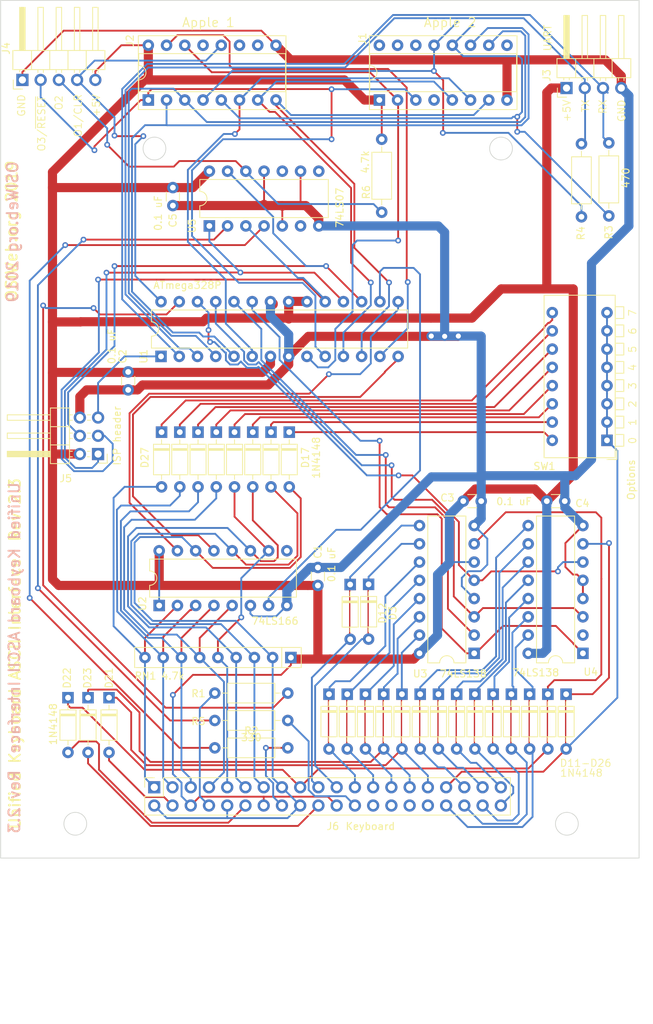
<source format=kicad_pcb>
(kicad_pcb (version 20171130) (host pcbnew "(5.1.5-0-10_14)")
  (title_block (title "Unified Retro Keyboard") (date 2019-12-13) (rev 2.3))
  (layers (0 F.Cu signal) (31 B.Cu signal) (34 B.Paste user) (35 F.Paste user) (36 B.SilkS user) (37 F.SilkS user) (38 B.Mask user) (39 F.Mask user) (44 Edge.Cuts user))
  (net 0 "")
  (net 1 GND)
  (net 2 +5V)
  (net 3 /Row3)
  (net 4 /Row0)
  (net 5 /Row1)
  (net 6 /Row4)
  (net 7 /Row5)
  (net 8 /Row7)
  (net 9 /D7)
  (net 10 /D1)
  (net 11 /D2)
  (net 12 /D3)
  (net 13 /D4)
  (net 14 /D5)
  (net 15 /D6)
  (net 16 /Col0)
  (net 17 /Col1)
  (net 18 /Col2)
  (net 19 /Col3)
  (net 20 /Col4)
  (net 21 /Col5)
  (net 22 /Col6)
  (net 23 /Col7)
  (net 24 /Row6)
  (net 25 /Row2)
  (net 26 /D0)
  (net 27 "Net-(U1-Pad25)")
  (net 28 "Net-(U1-Pad24)")
  (net 29 "Net-(U1-Pad23)")
  (net 30 /~STROBE)
  (net 31 "Net-(U1-Pad14)")
  (net 32 "Net-(U1-Pad26)")
  (net 33 "Net-(U1-Pad16)")
  (net 34 "Net-(U1-Pad15)")
  (net 35 /Row10)
  (net 36 /Row9)
  (net 37 /Row8)
  (net 38 /Row15)
  (net 39 /Row14)
  (net 40 /Row13)
  (net 41 /Row12)
  (net 42 /Row11)
  (net 43 /~RESET)
  (net 44 /Tx)
  (net 45 /Rx)
  (net 46 "Net-(U4-Pad2)")
  (net 47 "Net-(D11-Pad1)")
  (net 48 "Net-(D12-Pad1)")
  (net 49 "Net-(D13-Pad1)")
  (net 50 "Net-(D14-Pad1)")
  (net 51 "Net-(D15-Pad1)")
  (net 52 "Net-(D16-Pad1)")
  (net 53 "Net-(D17-Pad1)")
  (net 54 "Net-(D18-Pad1)")
  (net 55 "Net-(D19-Pad1)")
  (net 56 "Net-(D20-Pad1)")
  (net 57 "Net-(D24-Pad1)")
  (net 58 "Net-(D25-Pad1)")
  (net 59 "Net-(D26-Pad1)")
  (net 60 "Net-(D3-Pad1)")
  (net 61 "Net-(D4-Pad1)")
  (net 62 "Net-(D5-Pad1)")
  (net 63 "Net-(D6-Pad1)")
  (net 64 "Net-(D7-Pad1)")
  (net 65 "Net-(D8-Pad1)")
  (net 66 "Net-(D9-Pad1)")
  (net 67 "Net-(D10-Pad1)")
  (net 68 "Net-(D1-Pad1)")
  (net 69 "Net-(D2-Pad1)")
  (net 70 "Net-(D21-Pad2)")
  (net 71 "Net-(D22-Pad2)")
  (net 72 "Net-(D23-Pad2)")
  (net 73 "Net-(D27-Pad1)")
  (net 74 "Net-(J1-Pad9)")
  (net 75 "Net-(J1-Pad4)")
  (net 76 "Net-(J1-Pad14)")
  (net 77 "Net-(J1-Pad15)")
  (net 78 "Net-(J1-Pad16)")
  (net 79 "Net-(J2-Pad10)")
  (net 80 "Net-(J2-Pad11)")
  (net 81 "Net-(J2-Pad13)")
  (net 82 "Net-(J6-Pad32)")
  (net 83 "Net-(J6-Pad30)")
  (net 84 "Net-(J6-Pad28)")
  (net 85 "Net-(J6-Pad26)")
  (net 86 "Net-(J6-Pad24)")
  (net 87 "Net-(J6-Pad16)")
  (net 88 "Net-(U2-Pad9)")
  (net 89 "Net-(J6-Pad8)")
  (net 90 /LED1)
  (net 91 "Net-(R2-Pad1)")
  (net 92 "Net-(R5-Pad1)")
  (net 93 "Net-(U5-Pad6)")
  (net 94 "Net-(U5-Pad10)")
  (net 95 "Net-(U5-Pad8)")
  (net 96 /OUT1)
  (net 97 /OUT2)
  (net 98 /OUT3)
  (net 99 /MOSI-OUT2)
  (net 100 /SCK-LED2)
  (net 101 /MISO-LED3)
  (module Resistor_THT:R_Axial_DIN0207_L6.3mm_D2.5mm_P10.16mm_Horizontal (layer F.Cu) (at 216.893 82.831 270)
    (fp_text reference R6 (at 7.366 2.159 90) (layer F.SilkS))
    (fp_text value 4.7k (at 3.175 2.286 90) (layer F.SilkS))
    (pad 2 thru_hole oval (at 10.16 0 270) (size 1.6 1.6) (drill 0.8) (layers *.Cu *.Mask) (net 97 /OUT2))
    (pad 1 thru_hole circle (at 0 0 270) (size 1.6 1.6) (drill 0.8) (layers *.Cu *.Mask) (net 2 +5V))
  )
  (module Package_DIP:DIP-16_W7.62mm (layer F.Cu) (at 185.905 147.728 90)
    (fp_text reference U2 (at 0.254 -2.33 90) (layer F.SilkS))
    (fp_text value 74LS166 (at -2.159 16.129) (layer F.SilkS))
    (pad 16 thru_hole oval (at 7.62 0 90) (size 1.6 1.6) (drill 0.8) (layers *.Cu *.Mask) (net 2 +5V))
    (pad 8 thru_hole oval (at 0 17.78 90) (size 1.6 1.6) (drill 0.8) (layers *.Cu *.Mask) (net 1 GND))
    (pad 15 thru_hole oval (at 7.62 2.54 90) (size 1.6 1.6) (drill 0.8) (layers *.Cu *.Mask) (net 34 "Net-(U1-Pad15)"))
    (pad 7 thru_hole oval (at 0 15.24 90) (size 1.6 1.6) (drill 0.8) (layers *.Cu *.Mask) (net 33 "Net-(U1-Pad16)"))
    (pad 14 thru_hole oval (at 7.62 5.08 90) (size 1.6 1.6) (drill 0.8) (layers *.Cu *.Mask) (net 16 /Col0))
    (pad 6 thru_hole oval (at 0 12.7 90) (size 1.6 1.6) (drill 0.8) (layers *.Cu *.Mask) (net 1 GND))
    (pad 13 thru_hole oval (at 7.62 7.62 90) (size 1.6 1.6) (drill 0.8) (layers *.Cu *.Mask) (net 31 "Net-(U1-Pad14)"))
    (pad 5 thru_hole oval (at 0 10.16 90) (size 1.6 1.6) (drill 0.8) (layers *.Cu *.Mask) (net 20 /Col4))
    (pad 12 thru_hole oval (at 7.62 10.16 90) (size 1.6 1.6) (drill 0.8) (layers *.Cu *.Mask) (net 17 /Col1))
    (pad 4 thru_hole oval (at 0 7.62 90) (size 1.6 1.6) (drill 0.8) (layers *.Cu *.Mask) (net 21 /Col5))
    (pad 11 thru_hole oval (at 7.62 12.7 90) (size 1.6 1.6) (drill 0.8) (layers *.Cu *.Mask) (net 18 /Col2))
    (pad 3 thru_hole oval (at 0 5.08 90) (size 1.6 1.6) (drill 0.8) (layers *.Cu *.Mask) (net 22 /Col6))
    (pad 10 thru_hole oval (at 7.62 15.24 90) (size 1.6 1.6) (drill 0.8) (layers *.Cu *.Mask) (net 19 /Col3))
    (pad 2 thru_hole oval (at 0 2.54 90) (size 1.6 1.6) (drill 0.8) (layers *.Cu *.Mask) (net 23 /Col7))
    (pad 9 thru_hole oval (at 7.62 17.78 90) (size 1.6 1.6) (drill 0.8) (layers *.Cu *.Mask) (net 88 "Net-(U2-Pad9)"))
    (pad 1 thru_hole rect (at 0 0 90) (size 1.6 1.6) (drill 0.8) (layers *.Cu *.Mask) (net 2 +5V))
  )
  (module Package_DIP:DIP-14_W7.62mm (layer F.Cu) (at 192.89 94.896 90)
    (fp_text reference U5 (at 0 -2.413 90) (layer F.SilkS))
    (fp_text value 74LS07 (at 2.54 18.161 90) (layer F.SilkS))
    (pad 14 thru_hole oval (at 7.62 0 90) (size 1.6 1.6) (drill 0.8) (layers *.Cu *.Mask) (net 2 +5V))
    (pad 7 thru_hole oval (at 0 15.24 90) (size 1.6 1.6) (drill 0.8) (layers *.Cu *.Mask) (net 1 GND))
    (pad 13 thru_hole oval (at 7.62 2.54 90) (size 1.6 1.6) (drill 0.8) (layers *.Cu *.Mask) (net 99 /MOSI-OUT2))
    (pad 6 thru_hole oval (at 0 12.7 90) (size 1.6 1.6) (drill 0.8) (layers *.Cu *.Mask) (net 93 "Net-(U5-Pad6)"))
    (pad 12 thru_hole oval (at 7.62 5.08 90) (size 1.6 1.6) (drill 0.8) (layers *.Cu *.Mask) (net 97 /OUT2))
    (pad 5 thru_hole oval (at 0 10.16 90) (size 1.6 1.6) (drill 0.8) (layers *.Cu *.Mask) (net 1 GND))
    (pad 11 thru_hole oval (at 7.62 7.62 90) (size 1.6 1.6) (drill 0.8) (layers *.Cu *.Mask) (net 1 GND))
    (pad 4 thru_hole oval (at 0 7.62 90) (size 1.6 1.6) (drill 0.8) (layers *.Cu *.Mask) (net 91 "Net-(R2-Pad1)"))
    (pad 10 thru_hole oval (at 7.62 10.16 90) (size 1.6 1.6) (drill 0.8) (layers *.Cu *.Mask) (net 94 "Net-(U5-Pad10)"))
    (pad 3 thru_hole oval (at 0 5.08 90) (size 1.6 1.6) (drill 0.8) (layers *.Cu *.Mask) (net 100 /SCK-LED2))
    (pad 9 thru_hole oval (at 7.62 12.7 90) (size 1.6 1.6) (drill 0.8) (layers *.Cu *.Mask) (net 1 GND))
    (pad 2 thru_hole oval (at 0 2.54 90) (size 1.6 1.6) (drill 0.8) (layers *.Cu *.Mask) (net 92 "Net-(R5-Pad1)"))
    (pad 8 thru_hole oval (at 7.62 15.24 90) (size 1.6 1.6) (drill 0.8) (layers *.Cu *.Mask) (net 95 "Net-(U5-Pad8)"))
    (pad 1 thru_hole rect (at 0 0 90) (size 1.6 1.6) (drill 0.8) (layers *.Cu *.Mask) (net 101 /MISO-LED3))
  )
  (module Resistor_THT:R_Axial_DIN0207_L6.3mm_D2.5mm_P10.16mm_Horizontal (layer F.Cu) (at 193.652 167.54)
    (fp_text reference R2 (at 5.08 -2.37) (layer F.SilkS))
    (fp_text value 330)
    (pad 2 thru_hole oval (at 10.16 0) (size 1.6 1.6) (drill 0.8) (layers *.Cu *.Mask) (net 87 "Net-(J6-Pad16)"))
    (pad 1 thru_hole circle (at 0 0) (size 1.6 1.6) (drill 0.8) (layers *.Cu *.Mask) (net 91 "Net-(R2-Pad1)"))
  )
  (module Connector_PinHeader_2.54mm:PinHeader_1x05_P2.54mm_Horizontal (layer F.Cu) (at 166.855 74.576 90)
    (fp_text reference J4 (at 4.385 -2.27 90) (layer F.SilkS))
    (fp_text value Conn_01x05)
    (pad 5 thru_hole oval (at 0 10.16 90) (size 1.7 1.7) (drill 1) (layers *.Cu *.Mask) (net 2 +5V))
    (pad 4 thru_hole oval (at 0 7.62 90) (size 1.7 1.7) (drill 1) (layers *.Cu *.Mask) (net 96 /OUT1))
    (pad 3 thru_hole oval (at 0 5.08 90) (size 1.7 1.7) (drill 1) (layers *.Cu *.Mask) (net 97 /OUT2))
    (pad 2 thru_hole oval (at 0 2.54 90) (size 1.7 1.7) (drill 1) (layers *.Cu *.Mask) (net 98 /OUT3))
    (pad 1 thru_hole rect (at 0 0 90) (size 1.7 1.7) (drill 1) (layers *.Cu *.Mask) (net 1 GND))
  )
  (module Resistor_THT:R_Axial_DIN0207_L6.3mm_D2.5mm_P10.16mm_Horizontal (layer F.Cu) (at 244.706 93.626 90)
    (fp_text reference R4 (at -2.286 -0.0762 90) (layer F.SilkS))
    (fp_text value R_US hide)
    (pad 2 thru_hole oval (at 10.16 0 90) (size 1.6 1.6) (drill 0.8) (layers *.Cu *.Mask) (net 44 /Tx))
    (pad 1 thru_hole circle (at 0 0 90) (size 1.6 1.6) (drill 0.8) (layers *.Cu *.Mask) (net 10 /D1))
  )
  (module Capacitor_THT:C_Disc_D3.0mm_W1.6mm_P2.50mm (layer F.Cu) (at 187.81 89.562 270)
    (fp_text reference C5 (at 4.572 0 90) (layer F.SilkS))
    (fp_text value "0.1 uF" (at 3.556 2.05 90) (layer F.SilkS))
    (pad 2 thru_hole circle (at 2.5 0 270) (size 1.6 1.6) (drill 0.8) (layers *.Cu *.Mask) (net 1 GND))
    (pad 1 thru_hole circle (at 0 0 270) (size 1.6 1.6) (drill 0.8) (layers *.Cu *.Mask) (net 2 +5V))
  )
  (module Resistor_THT:R_Axial_DIN0207_L6.3mm_D2.5mm_P10.16mm_Horizontal (layer F.Cu) (at 203.812 159.92 180)
    (fp_text reference R1 (at 12.446 -0.0635) (layer F.SilkS))
    (fp_text value 330)
    (pad 2 thru_hole oval (at 10.16 0 180) (size 1.6 1.6) (drill 0.8) (layers *.Cu *.Mask) (net 89 "Net-(J6-Pad8)"))
    (pad 1 thru_hole circle (at 0 0 180) (size 1.6 1.6) (drill 0.8) (layers *.Cu *.Mask) (net 90 /LED1))
  )
  (module unikbd:D_DO-35_SOD27_P7.62mm_Horizontal_bypassed (layer F.Cu) (at 222.25 160.0724 270)
    (fp_text reference D16 hide)
    (fp_text value 1N4148 hide)
    (fp_poly (pts (xy 7.239 0.127) (xy 0.381 0.127) (xy 0.381 0) (xy 7.239 0)) (layer F.Cu) (width 0.0508))
    (pad 1 thru_hole rect (at 0 0 270) (size 1.6 1.6) (drill 0.8) (layers *.Cu *.Mask) (net 52 "Net-(D16-Pad1)"))
    (pad 2 thru_hole oval (at 7.62 0 270) (size 1.6 1.6) (drill 0.8) (layers *.Cu *.Mask) (net 39 /Row14))
  )
  (module unikbd:D_DO-35_SOD27_P7.62mm_Horizontal_bypassed (layer F.Cu) (at 227.33 160.0724 270)
    (fp_text reference D15 hide)
    (fp_text value 1N4148)
    (fp_poly (pts (xy 7.239 0.127) (xy 0.381 0.127) (xy 0.381 0) (xy 7.239 0)) (layer F.Cu) (width 0.0508))
    (pad 1 thru_hole rect (at 0 0 270) (size 1.6 1.6) (drill 0.8) (layers *.Cu *.Mask) (net 51 "Net-(D15-Pad1)"))
    (pad 2 thru_hole oval (at 7.62 0 270) (size 1.6 1.6) (drill 0.8) (layers *.Cu *.Mask) (net 41 /Row12))
  )
  (module unikbd:D_DO-35_SOD27_P7.62mm_Horizontal_bypassed (layer F.Cu) (at 232.41 160.0724 270)
    (fp_text reference D14 hide)
    (fp_text value 1N4148)
    (fp_poly (pts (xy 7.239 0.127) (xy 0.381 0.127) (xy 0.381 0) (xy 7.239 0)) (layer F.Cu) (width 0.0508))
    (pad 1 thru_hole rect (at 0 0 270) (size 1.6 1.6) (drill 0.8) (layers *.Cu *.Mask) (net 50 "Net-(D14-Pad1)"))
    (pad 2 thru_hole oval (at 7.62 0 270) (size 1.6 1.6) (drill 0.8) (layers *.Cu *.Mask) (net 35 /Row10))
  )
  (module unikbd:D_DO-35_SOD27_P7.62mm_Horizontal_bypassed (layer F.Cu) (at 237.49 160.0724 270)
    (fp_text reference D13 hide)
    (fp_text value 1N4148)
    (fp_poly (pts (xy 7.239 0.127) (xy 0.381 0.127) (xy 0.381 0) (xy 7.239 0)) (layer F.Cu) (width 0.0508))
    (pad 1 thru_hole rect (at 0 0 270) (size 1.6 1.6) (drill 0.8) (layers *.Cu *.Mask) (net 49 "Net-(D13-Pad1)"))
    (pad 2 thru_hole oval (at 7.62 0 270) (size 1.6 1.6) (drill 0.8) (layers *.Cu *.Mask) (net 37 /Row8))
  )
  (module unikbd:D_DO-35_SOD27_P7.62mm_Horizontal_bypassed (layer F.Cu) (at 242.57 160.0724 270)
    (fp_text reference D8 hide)
    (fp_text value 1N4148 hide)
    (fp_poly (pts (xy 7.239 0.127) (xy 0.381 0.127) (xy 0.381 0) (xy 7.239 0)) (layer F.Cu) (width 0.0508))
    (pad 1 thru_hole rect (at 0 0 270) (size 1.6 1.6) (drill 0.8) (layers *.Cu *.Mask) (net 65 "Net-(D8-Pad1)"))
    (pad 2 thru_hole oval (at 7.62 0 270) (size 1.6 1.6) (drill 0.8) (layers *.Cu *.Mask) (net 38 /Row15))
  )
  (module unikbd:D_DO-35_SOD27_P7.62mm_Horizontal_bypassed (layer F.Cu) (at 224.79 160.0724 270)
    (fp_text reference D7 hide)
    (fp_text value 1N4148)
    (fp_poly (pts (xy 7.239 0.127) (xy 0.381 0.127) (xy 0.381 0) (xy 7.239 0)) (layer F.Cu) (width 0.0508))
    (pad 1 thru_hole rect (at 0 0 270) (size 1.6 1.6) (drill 0.8) (layers *.Cu *.Mask) (net 64 "Net-(D7-Pad1)"))
    (pad 2 thru_hole oval (at 7.62 0 270) (size 1.6 1.6) (drill 0.8) (layers *.Cu *.Mask) (net 40 /Row13))
  )
  (module unikbd:D_DO-35_SOD27_P7.62mm_Horizontal_bypassed (layer F.Cu) (at 229.87 160.0724 270)
    (fp_text reference D6 hide)
    (fp_text value 1N4148)
    (fp_poly (pts (xy 7.239 0.127) (xy 0.381 0.127) (xy 0.381 0) (xy 7.239 0)) (layer F.Cu) (width 0.0508))
    (pad 1 thru_hole rect (at 0 0 270) (size 1.6 1.6) (drill 0.8) (layers *.Cu *.Mask) (net 63 "Net-(D6-Pad1)"))
    (pad 2 thru_hole oval (at 7.62 0 270) (size 1.6 1.6) (drill 0.8) (layers *.Cu *.Mask) (net 42 /Row11))
  )
  (module unikbd:D_DO-35_SOD27_P7.62mm_Horizontal_bypassed (layer F.Cu) (at 234.95 160.0724 270)
    (fp_text reference D5 hide)
    (fp_text value 1N4148)
    (fp_poly (pts (xy 7.239 0.127) (xy 0.381 0.127) (xy 0.381 0) (xy 7.239 0)) (layer F.Cu) (width 0.0508))
    (pad 1 thru_hole rect (at 0 0 270) (size 1.6 1.6) (drill 0.8) (layers *.Cu *.Mask) (net 62 "Net-(D5-Pad1)"))
    (pad 2 thru_hole oval (at 7.62 0 270) (size 1.6 1.6) (drill 0.8) (layers *.Cu *.Mask) (net 36 /Row9))
  )
  (module unikbd:D_DO-35_SOD27_P7.62mm_Horizontal_bypassed (layer F.Cu) (at 212.4988 144.807 270)
    (fp_text reference D12 (at 3.9878 -4.4958 90) (layer F.SilkS))
    (fp_text value 1N4148)
    (fp_poly (pts (xy 7.239 0.127) (xy 0.381 0.127) (xy 0.381 0) (xy 7.239 0)) (layer F.Cu) (width 0.0508))
    (pad 1 thru_hole rect (at 0 0 270) (size 1.6 1.6) (drill 0.8) (layers *.Cu *.Mask) (net 48 "Net-(D12-Pad1)"))
    (pad 2 thru_hole oval (at 7.62 0 270) (size 1.6 1.6) (drill 0.8) (layers *.Cu *.Mask) (net 24 /Row6))
  )
  (module unikbd:D_DO-35_SOD27_P7.62mm_Horizontal_bypassed (layer F.Cu) (at 209.55 160.0724 270)
    (fp_text reference D11 hide)
    (fp_text value 1N4148)
    (fp_poly (pts (xy 7.239 0.127) (xy 0.381 0.127) (xy 0.381 0) (xy 7.239 0)) (layer F.Cu) (width 0.0508))
    (pad 1 thru_hole rect (at 0 0 270) (size 1.6 1.6) (drill 0.8) (layers *.Cu *.Mask) (net 47 "Net-(D11-Pad1)"))
    (pad 2 thru_hole oval (at 7.62 0 270) (size 1.6 1.6) (drill 0.8) (layers *.Cu *.Mask) (net 6 /Row4))
  )
  (module unikbd:D_DO-35_SOD27_P7.62mm_Horizontal_bypassed (layer F.Cu) (at 214.63 160.0724 270)
    (fp_text reference D10 hide)
    (fp_text value 1N4148)
    (fp_poly (pts (xy 7.239 0.127) (xy 0.381 0.127) (xy 0.381 0) (xy 7.239 0)) (layer F.Cu) (width 0.0508))
    (pad 1 thru_hole rect (at 0 0 270) (size 1.6 1.6) (drill 0.8) (layers *.Cu *.Mask) (net 67 "Net-(D10-Pad1)"))
    (pad 2 thru_hole oval (at 7.62 0 270) (size 1.6 1.6) (drill 0.8) (layers *.Cu *.Mask) (net 25 /Row2))
  )
  (module unikbd:D_DO-35_SOD27_P7.62mm_Horizontal_bypassed (layer F.Cu) (at 219.71 160.0724 270)
    (fp_text reference D9 hide)
    (fp_text value 1N4148)
    (fp_poly (pts (xy 7.239 0.127) (xy 0.381 0.127) (xy 0.381 0) (xy 7.239 0)) (layer F.Cu) (width 0.0508))
    (pad 1 thru_hole rect (at 0 0 270) (size 1.6 1.6) (drill 0.8) (layers *.Cu *.Mask) (net 66 "Net-(D9-Pad1)"))
    (pad 2 thru_hole oval (at 7.62 0 270) (size 1.6 1.6) (drill 0.8) (layers *.Cu *.Mask) (net 4 /Row0))
  )
  (module unikbd:D_DO-35_SOD27_P7.62mm_Horizontal_bypassed (layer F.Cu) (at 240.03 160.0724 270)
    (fp_text reference D4 hide)
    (fp_text value 1N4148)
    (fp_poly (pts (xy 7.239 0.127) (xy 0.381 0.127) (xy 0.381 0) (xy 7.239 0)) (layer F.Cu) (width 0.0508))
    (pad 1 thru_hole rect (at 0 0 270) (size 1.6 1.6) (drill 0.8) (layers *.Cu *.Mask) (net 61 "Net-(D4-Pad1)"))
    (pad 2 thru_hole oval (at 7.62 0 270) (size 1.6 1.6) (drill 0.8) (layers *.Cu *.Mask) (net 8 /Row7))
  )
  (module unikbd:D_DO-35_SOD27_P7.62mm_Horizontal_bypassed (layer F.Cu) (at 215.0642 144.7816 270)
    (fp_text reference D3 (at 4.0132 -3.3528 90) (layer F.SilkS))
    (fp_text value 1N4148)
    (fp_poly (pts (xy 7.239 0.127) (xy 0.381 0.127) (xy 0.381 0) (xy 7.239 0)) (layer F.Cu) (width 0.0508))
    (pad 1 thru_hole rect (at 0 0 270) (size 1.6 1.6) (drill 0.8) (layers *.Cu *.Mask) (net 60 "Net-(D3-Pad1)"))
    (pad 2 thru_hole oval (at 7.62 0 270) (size 1.6 1.6) (drill 0.8) (layers *.Cu *.Mask) (net 7 /Row5))
  )
  (module unikbd:D_DO-35_SOD27_P7.62mm_Horizontal_bypassed (layer F.Cu) (at 212.09 160.0724 270)
    (fp_text reference D2 hide)
    (fp_text value 1N4148)
    (fp_poly (pts (xy 7.239 0.127) (xy 0.381 0.127) (xy 0.381 0) (xy 7.239 0)) (layer F.Cu) (width 0.0508))
    (pad 1 thru_hole rect (at 0 0 270) (size 1.6 1.6) (drill 0.8) (layers *.Cu *.Mask) (net 69 "Net-(D2-Pad1)"))
    (pad 2 thru_hole oval (at 7.62 0 270) (size 1.6 1.6) (drill 0.8) (layers *.Cu *.Mask) (net 3 /Row3))
  )
  (module unikbd:D_DO-35_SOD27_P7.62mm_Horizontal_bypassed (layer F.Cu) (at 217.17 160.0724 270)
    (fp_text reference D1 hide)
    (fp_text value 1N4148)
    (fp_poly (pts (xy 7.239 0.127) (xy 0.381 0.127) (xy 0.381 0) (xy 7.239 0)) (layer F.Cu) (width 0.0508))
    (pad 1 thru_hole rect (at 0 0 270) (size 1.6 1.6) (drill 0.8) (layers *.Cu *.Mask) (net 68 "Net-(D1-Pad1)"))
    (pad 2 thru_hole oval (at 7.62 0 270) (size 1.6 1.6) (drill 0.8) (layers *.Cu *.Mask) (net 5 /Row1))
  )
  (module Resistor_THT:R_Axial_DIN0207_L6.3mm_D2.5mm_P10.16mm_Horizontal (layer F.Cu) (at 193.652 163.73)
    (fp_text reference R5 (at -2.286 0.127) (layer F.SilkS))
    (fp_text value 330 (at 5.08 2.37) (layer F.SilkS))
    (pad 2 thru_hole oval (at 10.16 0) (size 1.6 1.6) (drill 0.8) (layers *.Cu *.Mask) (net 86 "Net-(J6-Pad24)"))
    (pad 1 thru_hole circle (at 0 0) (size 1.6 1.6) (drill 0.8) (layers *.Cu *.Mask) (net 92 "Net-(R5-Pad1)"))
  )
  (module Diode_THT:D_DO-35_SOD27_P7.62mm_Horizontal (layer F.Cu) (at 175.999 160.555 270)
    (fp_text reference D23 (at -2.7305 0.0762 90) (layer F.SilkS))
    (fp_text value 1N4148)
    (pad 2 thru_hole oval (at 7.62 0 270) (size 1.6 1.6) (drill 0.8) (layers *.Cu *.Mask) (net 72 "Net-(D23-Pad2)"))
    (pad 1 thru_hole rect (at 0 0 270) (size 1.6 1.6) (drill 0.8) (layers *.Cu *.Mask) (net 5 /Row1))
  )
  (module unikbd:PinHeader_2x20_P2.54mm_Vertical (layer F.Cu) (at 185.397 175.5918 90)
    (fp_text reference J6 (at -2.8702 24.7015 180) (layer F.SilkS))
    (fp_text value Keyboard (at -2.8702 29.9085 180) (layer F.SilkS))
    (pad 40 thru_hole oval (at 0.0254 48.0822 90) (size 1.7 1.7) (drill 1) (layers *.Cu *.Mask) (net 42 /Row11))
    (pad 39 thru_hole oval (at 2.5654 48.0822 90) (size 1.7 1.7) (drill 1) (layers *.Cu *.Mask) (net 41 /Row12))
    (pad 38 thru_hole oval (at 0.0254 45.5422 90) (size 1.7 1.7) (drill 1) (layers *.Cu *.Mask) (net 35 /Row10))
    (pad 37 thru_hole oval (at 2.5654 45.5422 90) (size 1.7 1.7) (drill 1) (layers *.Cu *.Mask) (net 40 /Row13))
    (pad 36 thru_hole oval (at 0.0254 43.0022 90) (size 1.7 1.7) (drill 1) (layers *.Cu *.Mask) (net 36 /Row9))
    (pad 35 thru_hole oval (at 2.5654 43.0022 90) (size 1.7 1.7) (drill 1) (layers *.Cu *.Mask) (net 39 /Row14))
    (pad 34 thru_hole oval (at 0.0254 40.4622 90) (size 1.7 1.7) (drill 1) (layers *.Cu *.Mask) (net 37 /Row8))
    (pad 33 thru_hole oval (at 2.5654 40.4622 90) (size 1.7 1.7) (drill 1) (layers *.Cu *.Mask) (net 38 /Row15))
    (pad 32 thru_hole oval (at 0.0254 37.9222 90) (size 1.7 1.7) (drill 1) (layers *.Cu *.Mask) (net 82 "Net-(J6-Pad32)"))
    (pad 31 thru_hole oval (at 2.5654 37.9222 90) (size 1.7 1.7) (drill 1) (layers *.Cu *.Mask) (net 4 /Row0))
    (pad 30 thru_hole oval (at 0.0254 35.3822 90) (size 1.7 1.7) (drill 1) (layers *.Cu *.Mask) (net 83 "Net-(J6-Pad30)"))
    (pad 29 thru_hole oval (at 2.5654 35.3822 90) (size 1.7 1.7) (drill 1) (layers *.Cu *.Mask) (net 5 /Row1))
    (pad 28 thru_hole oval (at 0.0254 32.8422 90) (size 1.7 1.7) (drill 1) (layers *.Cu *.Mask) (net 84 "Net-(J6-Pad28)"))
    (pad 27 thru_hole oval (at 2.5654 32.8422 90) (size 1.7 1.7) (drill 1) (layers *.Cu *.Mask) (net 25 /Row2))
    (pad 26 thru_hole oval (at 0.0254 30.3022 90) (size 1.7 1.7) (drill 1) (layers *.Cu *.Mask) (net 85 "Net-(J6-Pad26)"))
    (pad 25 thru_hole oval (at 2.5654 30.3022 90) (size 1.7 1.7) (drill 1) (layers *.Cu *.Mask) (net 3 /Row3))
    (pad 24 thru_hole oval (at 0.0254 27.7622 90) (size 1.7 1.7) (drill 1) (layers *.Cu *.Mask) (net 86 "Net-(J6-Pad24)"))
    (pad 23 thru_hole oval (at 2.5654 27.7622 90) (size 1.7 1.7) (drill 1) (layers *.Cu *.Mask) (net 6 /Row4))
    (pad 22 thru_hole oval (at 0.0254 25.2222 90) (size 1.7 1.7) (drill 1) (layers *.Cu *.Mask) (net 2 +5V))
    (pad 21 thru_hole oval (at 2.5654 25.2222 90) (size 1.7 1.7) (drill 1) (layers *.Cu *.Mask) (net 7 /Row5))
    (pad 20 thru_hole oval (at 0.0254 22.6822 90) (size 1.7 1.7) (drill 1) (layers *.Cu *.Mask) (net 72 "Net-(D23-Pad2)"))
    (pad 19 thru_hole oval (at 2.5654 22.6822 90) (size 1.7 1.7) (drill 1) (layers *.Cu *.Mask) (net 24 /Row6))
    (pad 18 thru_hole oval (at 0.0254 20.1422 90) (size 1.7 1.7) (drill 1) (layers *.Cu *.Mask) (net 16 /Col0))
    (pad 17 thru_hole oval (at 2.5654 20.1422 90) (size 1.7 1.7) (drill 1) (layers *.Cu *.Mask) (net 8 /Row7))
    (pad 16 thru_hole oval (at 0.0254 17.6022 90) (size 1.7 1.7) (drill 1) (layers *.Cu *.Mask) (net 87 "Net-(J6-Pad16)"))
    (pad 15 thru_hole oval (at 2.5654 17.6022 90) (size 1.7 1.7) (drill 1) (layers *.Cu *.Mask) (net 16 /Col0))
    (pad 14 thru_hole oval (at 0.0254 15.0622 90) (size 1.7 1.7) (drill 1) (layers *.Cu *.Mask) (net 2 +5V))
    (pad 13 thru_hole oval (at 2.5654 15.0622 90) (size 1.7 1.7) (drill 1) (layers *.Cu *.Mask) (net 17 /Col1))
    (pad 12 thru_hole oval (at 0.0254 12.5222 90) (size 1.7 1.7) (drill 1) (layers *.Cu *.Mask) (net 71 "Net-(D22-Pad2)"))
    (pad 11 thru_hole oval (at 2.5654 12.5222 90) (size 1.7 1.7) (drill 1) (layers *.Cu *.Mask) (net 18 /Col2))
    (pad 10 thru_hole oval (at 0.0254 9.9822 90) (size 1.7 1.7) (drill 1) (layers *.Cu *.Mask) (net 16 /Col0))
    (pad 9 thru_hole oval (at 2.5654 9.9822 90) (size 1.7 1.7) (drill 1) (layers *.Cu *.Mask) (net 19 /Col3))
    (pad 8 thru_hole oval (at 0.0254 7.4422 90) (size 1.7 1.7) (drill 1) (layers *.Cu *.Mask) (net 89 "Net-(J6-Pad8)"))
    (pad 7 thru_hole oval (at 2.5654 7.4422 90) (size 1.7 1.7) (drill 1) (layers *.Cu *.Mask) (net 20 /Col4))
    (pad 6 thru_hole oval (at 0.0254 4.9022 90) (size 1.7 1.7) (drill 1) (layers *.Cu *.Mask) (net 2 +5V))
    (pad 5 thru_hole oval (at 2.5654 4.9022 90) (size 1.7 1.7) (drill 1) (layers *.Cu *.Mask) (net 21 /Col5))
    (pad 4 thru_hole oval (at 0.0254 2.3622 90) (size 1.7 1.7) (drill 1) (layers *.Cu *.Mask) (net 70 "Net-(D21-Pad2)"))
    (pad 3 thru_hole oval (at 2.5654 2.3622 90) (size 1.7 1.7) (drill 1) (layers *.Cu *.Mask) (net 22 /Col6))
    (pad 2 thru_hole oval (at 0.0254 -0.1778 90) (size 1.7 1.7) (drill 1) (layers *.Cu *.Mask) (net 16 /Col0))
    (pad 1 thru_hole rect (at 2.5654 -0.1778 90) (size 1.7 1.7) (drill 1) (layers *.Cu *.Mask) (net 23 /Col7))
  )
  (module Connector_PinHeader_2.54mm:PinHeader_1x04_P2.54mm_Horizontal (layer F.Cu) (at 242.62828 75.70376 90)
    (fp_text reference J3 (at 1.76276 -2.74828 90) (layer F.SilkS))
    (fp_text value UART (at 6.96976 -2.62128 90) (layer F.SilkS))
    (pad 4 thru_hole oval (at 0 7.62 90) (size 1.7 1.7) (drill 1) (layers *.Cu *.Mask) (net 1 GND))
    (pad 3 thru_hole oval (at 0 5.08 90) (size 1.7 1.7) (drill 1) (layers *.Cu *.Mask) (net 45 /Rx))
    (pad 2 thru_hole oval (at 0 2.54 90) (size 1.7 1.7) (drill 1) (layers *.Cu *.Mask) (net 44 /Tx))
    (pad 1 thru_hole rect (at 0 0 90) (size 1.7 1.7) (drill 1) (layers *.Cu *.Mask) (net 2 +5V))
  )
  (module Button_Switch_THT:SW_DIP_SPSTx08_Piano_CTS_Series194-8MSTN_W7.62mm_P2.54mm (layer F.Cu) (at 248.262 124.741 180)
    (fp_text reference SW1 (at 8.7122 -3.6068) (layer F.SilkS))
    (fp_text value Options (at -3.3782 -5.4864 90) (layer F.SilkS))
    (pad 1 thru_hole rect (at 0 0 180) (size 1.6 1.6) (drill 0.8) (layers *.Cu *.Mask) (net 38 /Row15))
    (pad 9 thru_hole oval (at 7.62 17.78 180) (size 1.6 1.6) (drill 0.8) (layers *.Cu *.Mask) (net 73 "Net-(D27-Pad1)"))
    (pad 2 thru_hole oval (at 0 2.54 180) (size 1.6 1.6) (drill 0.8) (layers *.Cu *.Mask) (net 38 /Row15))
    (pad 10 thru_hole oval (at 7.62 15.24 180) (size 1.6 1.6) (drill 0.8) (layers *.Cu *.Mask) (net 56 "Net-(D20-Pad1)"))
    (pad 3 thru_hole oval (at 0 5.08 180) (size 1.6 1.6) (drill 0.8) (layers *.Cu *.Mask) (net 38 /Row15))
    (pad 11 thru_hole oval (at 7.62 12.7 180) (size 1.6 1.6) (drill 0.8) (layers *.Cu *.Mask) (net 59 "Net-(D26-Pad1)"))
    (pad 4 thru_hole oval (at 0 7.62 180) (size 1.6 1.6) (drill 0.8) (layers *.Cu *.Mask) (net 38 /Row15))
    (pad 12 thru_hole oval (at 7.62 10.16 180) (size 1.6 1.6) (drill 0.8) (layers *.Cu *.Mask) (net 55 "Net-(D19-Pad1)"))
    (pad 5 thru_hole oval (at 0 10.16 180) (size 1.6 1.6) (drill 0.8) (layers *.Cu *.Mask) (net 38 /Row15))
    (pad 13 thru_hole oval (at 7.62 7.62 180) (size 1.6 1.6) (drill 0.8) (layers *.Cu *.Mask) (net 58 "Net-(D25-Pad1)"))
    (pad 6 thru_hole oval (at 0 12.7 180) (size 1.6 1.6) (drill 0.8) (layers *.Cu *.Mask) (net 38 /Row15))
    (pad 14 thru_hole oval (at 7.62 5.08 180) (size 1.6 1.6) (drill 0.8) (layers *.Cu *.Mask) (net 54 "Net-(D18-Pad1)"))
    (pad 7 thru_hole oval (at 0 15.24 180) (size 1.6 1.6) (drill 0.8) (layers *.Cu *.Mask) (net 38 /Row15))
    (pad 15 thru_hole oval (at 7.62 2.54 180) (size 1.6 1.6) (drill 0.8) (layers *.Cu *.Mask) (net 57 "Net-(D24-Pad1)"))
    (pad 8 thru_hole oval (at 0 17.78 180) (size 1.6 1.6) (drill 0.8) (layers *.Cu *.Mask) (net 38 /Row15))
    (pad 16 thru_hole oval (at 7.62 0 180) (size 1.6 1.6) (drill 0.8) (layers *.Cu *.Mask) (net 53 "Net-(D17-Pad1)"))
  )
  (module Diode_THT:D_DO-35_SOD27_P7.62mm_Horizontal (layer F.Cu) (at 186.2352 123.598 270)
    (fp_text reference D27 (at 3.556 2.3368 90) (layer F.SilkS))
    (fp_text value 1N4148 hide)
    (pad 2 thru_hole oval (at 7.62 0 270) (size 1.6 1.6) (drill 0.8) (layers *.Cu *.Mask) (net 23 /Col7))
    (pad 1 thru_hole rect (at 0 0 270) (size 1.6 1.6) (drill 0.8) (layers *.Cu *.Mask) (net 73 "Net-(D27-Pad1)"))
  )
  (module Diode_THT:D_DO-35_SOD27_P7.62mm_Horizontal (layer F.Cu) (at 191.3152 123.598 270)
    (fp_text reference D26)
    (fp_text value 1N4148 hide)
    (pad 2 thru_hole oval (at 7.62 0 270) (size 1.6 1.6) (drill 0.8) (layers *.Cu *.Mask) (net 21 /Col5))
    (pad 1 thru_hole rect (at 0 0 270) (size 1.6 1.6) (drill 0.8) (layers *.Cu *.Mask) (net 59 "Net-(D26-Pad1)"))
  )
  (module Diode_THT:D_DO-35_SOD27_P7.62mm_Horizontal (layer F.Cu) (at 196.3952 123.598 270)
    (fp_text reference D25 hide)
    (fp_text value 1N4148 hide)
    (pad 2 thru_hole oval (at 7.62 0 270) (size 1.6 1.6) (drill 0.8) (layers *.Cu *.Mask) (net 19 /Col3))
    (pad 1 thru_hole rect (at 0 0 270) (size 1.6 1.6) (drill 0.8) (layers *.Cu *.Mask) (net 58 "Net-(D25-Pad1)"))
  )
  (module Diode_THT:D_DO-35_SOD27_P7.62mm_Horizontal (layer F.Cu) (at 201.4752 123.598 270)
    (fp_text reference D24 hide)
    (fp_text value 1N4148 hide)
    (pad 2 thru_hole oval (at 7.62 0 270) (size 1.6 1.6) (drill 0.8) (layers *.Cu *.Mask) (net 17 /Col1))
    (pad 1 thru_hole rect (at 0 0 270) (size 1.6 1.6) (drill 0.8) (layers *.Cu *.Mask) (net 57 "Net-(D24-Pad1)"))
  )
  (module Diode_THT:D_DO-35_SOD27_P7.62mm_Horizontal (layer F.Cu) (at 188.7752 123.598 270)
    (fp_text reference D20 hide)
    (fp_text value 1N4148 hide)
    (pad 2 thru_hole oval (at 7.62 0 270) (size 1.6 1.6) (drill 0.8) (layers *.Cu *.Mask) (net 22 /Col6))
    (pad 1 thru_hole rect (at 0 0 270) (size 1.6 1.6) (drill 0.8) (layers *.Cu *.Mask) (net 56 "Net-(D20-Pad1)"))
  )
  (module Diode_THT:D_DO-35_SOD27_P7.62mm_Horizontal (layer F.Cu) (at 193.8552 123.598 270)
    (fp_text reference D19 hide)
    (fp_text value 1N4148 hide)
    (pad 2 thru_hole oval (at 7.62 0 270) (size 1.6 1.6) (drill 0.8) (layers *.Cu *.Mask) (net 20 /Col4))
    (pad 1 thru_hole rect (at 0 0 270) (size 1.6 1.6) (drill 0.8) (layers *.Cu *.Mask) (net 55 "Net-(D19-Pad1)"))
  )
  (module Diode_THT:D_DO-35_SOD27_P7.62mm_Horizontal (layer F.Cu) (at 198.9352 123.598 270)
    (fp_text reference D18 hide)
    (fp_text value 1N4148 hide)
    (pad 2 thru_hole oval (at 7.62 0 270) (size 1.6 1.6) (drill 0.8) (layers *.Cu *.Mask) (net 18 /Col2))
    (pad 1 thru_hole rect (at 0 0 270) (size 1.6 1.6) (drill 0.8) (layers *.Cu *.Mask) (net 54 "Net-(D18-Pad1)"))
  )
  (module Diode_THT:D_DO-35_SOD27_P7.62mm_Horizontal (layer F.Cu) (at 204.0152 123.598 270)
    (fp_text reference D17 (at 3.556001 -2.2352 90) (layer F.SilkS))
    (fp_text value 1N4148 (at 3.556 -3.7592 90) (layer F.SilkS))
    (pad 2 thru_hole oval (at 7.62 0 270) (size 1.6 1.6) (drill 0.8) (layers *.Cu *.Mask) (net 16 /Col0))
    (pad 1 thru_hole rect (at 0 0 270) (size 1.6 1.6) (drill 0.8) (layers *.Cu *.Mask) (net 53 "Net-(D17-Pad1)"))
  )
  (module Connector_PinHeader_2.54mm:PinHeader_2x03_P2.54mm_Horizontal (layer F.Cu) (at 177.396 126.646 180)
    (fp_text reference J5 (at 4.4958 -3.4036) (layer F.SilkS))
    (fp_text value "ISP header" (at -2.6416 2.54 90) (layer F.SilkS))
    (pad 6 thru_hole oval (at 2.54 5.08 180) (size 1.7 1.7) (drill 1) (layers *.Cu *.Mask) (net 1 GND))
    (pad 5 thru_hole oval (at 0 5.08 180) (size 1.7 1.7) (drill 1) (layers *.Cu *.Mask) (net 43 /~RESET))
    (pad 4 thru_hole oval (at 2.54 2.54 180) (size 1.7 1.7) (drill 1) (layers *.Cu *.Mask) (net 99 /MOSI-OUT2))
    (pad 3 thru_hole oval (at 0 2.54 180) (size 1.7 1.7) (drill 1) (layers *.Cu *.Mask) (net 100 /SCK-LED2))
    (pad 2 thru_hole oval (at 2.54 0 180) (size 1.7 1.7) (drill 1) (layers *.Cu *.Mask) (net 2 +5V))
    (pad 1 thru_hole rect (at 0 0 180) (size 1.7 1.7) (drill 1) (layers *.Cu *.Mask) (net 101 /MISO-LED3))
  )
  (module Capacitor_THT:C_Disc_D3.0mm_W1.6mm_P2.50mm (layer F.Cu) (at 228.2468 133.1992)
    (fp_text reference C3 (at -2.2098 -0.4572) (layer F.SilkS))
    (fp_text value "0.1 uF" (at 7.0612 0.0508) (layer F.SilkS))
    (pad 2 thru_hole circle (at 2.5 0) (size 1.6 1.6) (drill 0.8) (layers *.Cu *.Mask) (net 1 GND))
    (pad 1 thru_hole circle (at 0 0) (size 1.6 1.6) (drill 0.8) (layers *.Cu *.Mask) (net 2 +5V))
  )
  (module Capacitor_THT:C_Disc_D3.0mm_W1.6mm_P2.50mm (layer F.Cu) (at 239.88 133.1992)
    (fp_text reference C4 (at 4.953 0.3048) (layer F.SilkS))
    (fp_text value "0.1 uF" hide)
    (pad 2 thru_hole circle (at 2.5 0) (size 1.6 1.6) (drill 0.8) (layers *.Cu *.Mask) (net 1 GND))
    (pad 1 thru_hole circle (at 0 0) (size 1.6 1.6) (drill 0.8) (layers *.Cu *.Mask) (net 2 +5V))
  )
  (module Capacitor_THT:C_Disc_D3.0mm_W1.6mm_P2.50mm (layer F.Cu) (at 181.587 115.216 270)
    (fp_text reference C2 (at -2.159 0.762 90) (layer F.SilkS))
    (fp_text value "0.1 uF" (at -3.556 2.286 90) (layer F.SilkS))
    (pad 2 thru_hole circle (at 2.5 0 270) (size 1.6 1.6) (drill 0.8) (layers *.Cu *.Mask) (net 1 GND))
    (pad 1 thru_hole circle (at 0 0 270) (size 1.6 1.6) (drill 0.8) (layers *.Cu *.Mask) (net 2 +5V))
  )
  (module Capacitor_THT:C_Disc_D3.0mm_W1.6mm_P2.50mm (layer F.Cu) (at 208.003 144.934 90)
    (fp_text reference C1 (at 4.699 0 90) (layer F.SilkS))
    (fp_text value "0.1 uF" (at 2.921 1.905 90) (layer F.SilkS))
    (pad 2 thru_hole circle (at 2.5 0 90) (size 1.6 1.6) (drill 0.8) (layers *.Cu *.Mask) (net 1 GND))
    (pad 1 thru_hole circle (at 0 0 90) (size 1.6 1.6) (drill 0.8) (layers *.Cu *.Mask) (net 2 +5V))
  )
  (module Package_DIP:DIP-16_W7.62mm (layer F.Cu) (at 244.9092 154.3828 180)
    (fp_text reference U4 (at -1.0922 -2.5908) (layer F.SilkS))
    (fp_text value 74LS138 (at 6.5786 -2.6924) (layer F.SilkS))
    (pad 16 thru_hole oval (at 7.62 0 180) (size 1.6 1.6) (drill 0.8) (layers *.Cu *.Mask) (net 2 +5V))
    (pad 8 thru_hole oval (at 0 17.78 180) (size 1.6 1.6) (drill 0.8) (layers *.Cu *.Mask) (net 1 GND))
    (pad 15 thru_hole oval (at 7.62 2.54 180) (size 1.6 1.6) (drill 0.8) (layers *.Cu *.Mask) (net 49 "Net-(D13-Pad1)"))
    (pad 7 thru_hole oval (at 0 15.24 180) (size 1.6 1.6) (drill 0.8) (layers *.Cu *.Mask) (net 65 "Net-(D8-Pad1)"))
    (pad 14 thru_hole oval (at 7.62 5.08 180) (size 1.6 1.6) (drill 0.8) (layers *.Cu *.Mask) (net 62 "Net-(D5-Pad1)"))
    (pad 6 thru_hole oval (at 0 12.7 180) (size 1.6 1.6) (drill 0.8) (layers *.Cu *.Mask) (net 32 "Net-(U1-Pad26)"))
    (pad 13 thru_hole oval (at 7.62 7.62 180) (size 1.6 1.6) (drill 0.8) (layers *.Cu *.Mask) (net 50 "Net-(D14-Pad1)"))
    (pad 5 thru_hole oval (at 0 10.16 180) (size 1.6 1.6) (drill 0.8) (layers *.Cu *.Mask) (net 1 GND))
    (pad 12 thru_hole oval (at 7.62 10.16 180) (size 1.6 1.6) (drill 0.8) (layers *.Cu *.Mask) (net 63 "Net-(D6-Pad1)"))
    (pad 4 thru_hole oval (at 0 7.62 180) (size 1.6 1.6) (drill 0.8) (layers *.Cu *.Mask) (net 1 GND))
    (pad 11 thru_hole oval (at 7.62 12.7 180) (size 1.6 1.6) (drill 0.8) (layers *.Cu *.Mask) (net 51 "Net-(D15-Pad1)"))
    (pad 3 thru_hole oval (at 0 5.08 180) (size 1.6 1.6) (drill 0.8) (layers *.Cu *.Mask) (net 27 "Net-(U1-Pad25)"))
    (pad 10 thru_hole oval (at 7.62 15.24 180) (size 1.6 1.6) (drill 0.8) (layers *.Cu *.Mask) (net 64 "Net-(D7-Pad1)"))
    (pad 2 thru_hole oval (at 0 2.54 180) (size 1.6 1.6) (drill 0.8) (layers *.Cu *.Mask) (net 46 "Net-(U4-Pad2)"))
    (pad 9 thru_hole oval (at 7.62 17.78 180) (size 1.6 1.6) (drill 0.8) (layers *.Cu *.Mask) (net 52 "Net-(D16-Pad1)"))
    (pad 1 thru_hole rect (at 0 0 180) (size 1.6 1.6) (drill 0.8) (layers *.Cu *.Mask) (net 29 "Net-(U1-Pad23)"))
  )
  (module Package_DIP:DIP-16_W7.62mm (layer F.Cu) (at 229.7708 154.3828 180)
    (fp_text reference U3 (at 7.5184 -2.8448) (layer F.SilkS))
    (fp_text value 74LS138 (at 1.524 -2.8448) (layer F.SilkS))
    (pad 16 thru_hole oval (at 7.62 0 180) (size 1.6 1.6) (drill 0.8) (layers *.Cu *.Mask) (net 2 +5V))
    (pad 8 thru_hole oval (at 0 17.78 180) (size 1.6 1.6) (drill 0.8) (layers *.Cu *.Mask) (net 1 GND))
    (pad 15 thru_hole oval (at 7.62 2.54 180) (size 1.6 1.6) (drill 0.8) (layers *.Cu *.Mask) (net 66 "Net-(D9-Pad1)"))
    (pad 7 thru_hole oval (at 0 15.24 180) (size 1.6 1.6) (drill 0.8) (layers *.Cu *.Mask) (net 61 "Net-(D4-Pad1)"))
    (pad 14 thru_hole oval (at 7.62 5.08 180) (size 1.6 1.6) (drill 0.8) (layers *.Cu *.Mask) (net 68 "Net-(D1-Pad1)"))
    (pad 6 thru_hole oval (at 0 12.7 180) (size 1.6 1.6) (drill 0.8) (layers *.Cu *.Mask) (net 2 +5V))
    (pad 13 thru_hole oval (at 7.62 7.62 180) (size 1.6 1.6) (drill 0.8) (layers *.Cu *.Mask) (net 67 "Net-(D10-Pad1)"))
    (pad 5 thru_hole oval (at 0 10.16 180) (size 1.6 1.6) (drill 0.8) (layers *.Cu *.Mask) (net 32 "Net-(U1-Pad26)"))
    (pad 12 thru_hole oval (at 7.62 10.16 180) (size 1.6 1.6) (drill 0.8) (layers *.Cu *.Mask) (net 69 "Net-(D2-Pad1)"))
    (pad 4 thru_hole oval (at 0 7.62 180) (size 1.6 1.6) (drill 0.8) (layers *.Cu *.Mask) (net 1 GND))
    (pad 11 thru_hole oval (at 7.62 12.7 180) (size 1.6 1.6) (drill 0.8) (layers *.Cu *.Mask) (net 47 "Net-(D11-Pad1)"))
    (pad 3 thru_hole oval (at 0 5.08 180) (size 1.6 1.6) (drill 0.8) (layers *.Cu *.Mask) (net 27 "Net-(U1-Pad25)"))
    (pad 10 thru_hole oval (at 7.62 15.24 180) (size 1.6 1.6) (drill 0.8) (layers *.Cu *.Mask) (net 60 "Net-(D3-Pad1)"))
    (pad 2 thru_hole oval (at 0 2.54 180) (size 1.6 1.6) (drill 0.8) (layers *.Cu *.Mask) (net 28 "Net-(U1-Pad24)"))
    (pad 9 thru_hole oval (at 7.62 17.78 180) (size 1.6 1.6) (drill 0.8) (layers *.Cu *.Mask) (net 48 "Net-(D12-Pad1)"))
    (pad 1 thru_hole rect (at 0 0 180) (size 1.6 1.6) (drill 0.8) (layers *.Cu *.Mask) (net 29 "Net-(U1-Pad23)"))
  )
  (module Resistor_THT:R_Axial_DIN0207_L6.3mm_D2.5mm_P10.16mm_Horizontal (layer F.Cu) (at 248.516 93.499 90)
    (fp_text reference R3 (at -2.286 0 90) (layer F.SilkS))
    (fp_text value 470 (at 5.2832 2.3622 90) (layer F.SilkS))
    (pad 2 thru_hole oval (at 10.16 0 90) (size 1.6 1.6) (drill 0.8) (layers *.Cu *.Mask) (net 45 /Rx))
    (pad 1 thru_hole circle (at 0 0 90) (size 1.6 1.6) (drill 0.8) (layers *.Cu *.Mask) (net 26 /D0))
  )
  (module Package_DIP:DIP-28_W7.62mm (layer F.Cu) (at 186.159 113.057 90)
    (fp_text reference U1 (at 0 -2.413 90) (layer F.SilkS))
    (fp_text value ATmega328P (at 9.906 3.683 180) (layer F.SilkS))
    (pad 28 thru_hole oval (at 7.62 0 90) (size 1.6 1.6) (drill 0.8) (layers *.Cu *.Mask) (net 96 /OUT1))
    (pad 14 thru_hole oval (at 0 33.02 90) (size 1.6 1.6) (drill 0.8) (layers *.Cu *.Mask) (net 31 "Net-(U1-Pad14)"))
    (pad 27 thru_hole oval (at 7.62 2.54 90) (size 1.6 1.6) (drill 0.8) (layers *.Cu *.Mask) (net 90 /LED1))
    (pad 13 thru_hole oval (at 0 30.48 90) (size 1.6 1.6) (drill 0.8) (layers *.Cu *.Mask) (net 9 /D7))
    (pad 26 thru_hole oval (at 7.62 5.08 90) (size 1.6 1.6) (drill 0.8) (layers *.Cu *.Mask) (net 32 "Net-(U1-Pad26)"))
    (pad 12 thru_hole oval (at 0 27.94 90) (size 1.6 1.6) (drill 0.8) (layers *.Cu *.Mask) (net 15 /D6))
    (pad 25 thru_hole oval (at 7.62 7.62 90) (size 1.6 1.6) (drill 0.8) (layers *.Cu *.Mask) (net 27 "Net-(U1-Pad25)"))
    (pad 11 thru_hole oval (at 0 25.4 90) (size 1.6 1.6) (drill 0.8) (layers *.Cu *.Mask) (net 14 /D5))
    (pad 24 thru_hole oval (at 7.62 10.16 90) (size 1.6 1.6) (drill 0.8) (layers *.Cu *.Mask) (net 28 "Net-(U1-Pad24)"))
    (pad 10 thru_hole oval (at 0 22.86 90) (size 1.6 1.6) (drill 0.8) (layers *.Cu *.Mask) (net 98 /OUT3))
    (pad 23 thru_hole oval (at 7.62 12.7 90) (size 1.6 1.6) (drill 0.8) (layers *.Cu *.Mask) (net 29 "Net-(U1-Pad23)"))
    (pad 9 thru_hole oval (at 0 20.32 90) (size 1.6 1.6) (drill 0.8) (layers *.Cu *.Mask) (net 30 /~STROBE))
    (pad 22 thru_hole oval (at 7.62 15.24 90) (size 1.6 1.6) (drill 0.8) (layers *.Cu *.Mask) (net 1 GND))
    (pad 8 thru_hole oval (at 0 17.78 90) (size 1.6 1.6) (drill 0.8) (layers *.Cu *.Mask) (net 1 GND))
    (pad 21 thru_hole oval (at 7.62 17.78 90) (size 1.6 1.6) (drill 0.8) (layers *.Cu *.Mask) (net 2 +5V))
    (pad 7 thru_hole oval (at 0 15.24 90) (size 1.6 1.6) (drill 0.8) (layers *.Cu *.Mask) (net 2 +5V))
    (pad 20 thru_hole oval (at 7.62 20.32 90) (size 1.6 1.6) (drill 0.8) (layers *.Cu *.Mask) (net 2 +5V))
    (pad 6 thru_hole oval (at 0 12.7 90) (size 1.6 1.6) (drill 0.8) (layers *.Cu *.Mask) (net 13 /D4))
    (pad 19 thru_hole oval (at 7.62 22.86 90) (size 1.6 1.6) (drill 0.8) (layers *.Cu *.Mask) (net 100 /SCK-LED2))
    (pad 5 thru_hole oval (at 0 10.16 90) (size 1.6 1.6) (drill 0.8) (layers *.Cu *.Mask) (net 12 /D3))
    (pad 18 thru_hole oval (at 7.62 25.4 90) (size 1.6 1.6) (drill 0.8) (layers *.Cu *.Mask) (net 101 /MISO-LED3))
    (pad 4 thru_hole oval (at 0 7.62 90) (size 1.6 1.6) (drill 0.8) (layers *.Cu *.Mask) (net 11 /D2))
    (pad 17 thru_hole oval (at 7.62 27.94 90) (size 1.6 1.6) (drill 0.8) (layers *.Cu *.Mask) (net 99 /MOSI-OUT2))
    (pad 3 thru_hole oval (at 0 5.08 90) (size 1.6 1.6) (drill 0.8) (layers *.Cu *.Mask) (net 44 /Tx))
    (pad 16 thru_hole oval (at 7.62 30.48 90) (size 1.6 1.6) (drill 0.8) (layers *.Cu *.Mask) (net 33 "Net-(U1-Pad16)"))
    (pad 2 thru_hole oval (at 0 2.54 90) (size 1.6 1.6) (drill 0.8) (layers *.Cu *.Mask) (net 45 /Rx))
    (pad 15 thru_hole oval (at 7.62 33.02 90) (size 1.6 1.6) (drill 0.8) (layers *.Cu *.Mask) (net 34 "Net-(U1-Pad15)"))
    (pad 1 thru_hole rect (at 0 0 90) (size 1.6 1.6) (drill 0.8) (layers *.Cu *.Mask) (net 43 /~RESET))
  )
  (module Package_DIP:DIP-16_W7.62mm_Socket (layer F.Cu) (at 216.561832 77.37 90)
    (fp_text reference J1 (at 8.509 -2.335832 90) (layer F.SilkS))
    (fp_text value "Apple 2" (at 10.795 9.856168) (layer F.SilkS) (effects (font (size 1.27 1.27))))
    (pad 1 thru_hole rect (at 0 0 90) (size 1.6 1.6) (drill 0.8) (layers *.Cu *.Mask) (net 2 +5V))
    (pad 9 thru_hole oval (at 7.62 17.78 90) (size 1.6 1.6) (drill 0.8) (layers *.Cu *.Mask) (net 74 "Net-(J1-Pad9)"))
    (pad 2 thru_hole oval (at 0 2.54 90) (size 1.6 1.6) (drill 0.8) (layers *.Cu *.Mask) (net 30 /~STROBE))
    (pad 10 thru_hole oval (at 7.62 15.24 90) (size 1.6 1.6) (drill 0.8) (layers *.Cu *.Mask) (net 11 /D2))
    (pad 3 thru_hole oval (at 0 5.08 90) (size 1.6 1.6) (drill 0.8) (layers *.Cu *.Mask) (net 98 /OUT3))
    (pad 11 thru_hole oval (at 7.62 12.7 90) (size 1.6 1.6) (drill 0.8) (layers *.Cu *.Mask) (net 12 /D3))
    (pad 4 thru_hole oval (at 0 7.62 90) (size 1.6 1.6) (drill 0.8) (layers *.Cu *.Mask) (net 75 "Net-(J1-Pad4)"))
    (pad 12 thru_hole oval (at 7.62 10.16 90) (size 1.6 1.6) (drill 0.8) (layers *.Cu *.Mask) (net 26 /D0))
    (pad 5 thru_hole oval (at 0 10.16 90) (size 1.6 1.6) (drill 0.8) (layers *.Cu *.Mask) (net 14 /D5))
    (pad 13 thru_hole oval (at 7.62 7.62 90) (size 1.6 1.6) (drill 0.8) (layers *.Cu *.Mask) (net 10 /D1))
    (pad 6 thru_hole oval (at 0 12.7 90) (size 1.6 1.6) (drill 0.8) (layers *.Cu *.Mask) (net 13 /D4))
    (pad 14 thru_hole oval (at 7.62 5.08 90) (size 1.6 1.6) (drill 0.8) (layers *.Cu *.Mask) (net 76 "Net-(J1-Pad14)"))
    (pad 7 thru_hole oval (at 0 15.24 90) (size 1.6 1.6) (drill 0.8) (layers *.Cu *.Mask) (net 15 /D6))
    (pad 15 thru_hole oval (at 7.62 2.54 90) (size 1.6 1.6) (drill 0.8) (layers *.Cu *.Mask) (net 77 "Net-(J1-Pad15)"))
    (pad 8 thru_hole oval (at 0 17.78 90) (size 1.6 1.6) (drill 0.8) (layers *.Cu *.Mask) (net 1 GND))
    (pad 16 thru_hole oval (at 7.62 0 90) (size 1.6 1.6) (drill 0.8) (layers *.Cu *.Mask) (net 78 "Net-(J1-Pad16)"))
  )
  (module Diode_THT:D_DO-35_SOD27_P7.62mm_Horizontal (layer F.Cu) (at 173.205 160.555 270)
    (fp_text reference D22 (at -2.7305 0.127 90) (layer F.SilkS))
    (fp_text value 1N4148)
    (pad 2 thru_hole oval (at 7.62 0 270) (size 1.6 1.6) (drill 0.8) (layers *.Cu *.Mask) (net 71 "Net-(D22-Pad2)"))
    (pad 1 thru_hole rect (at 0 0 270) (size 1.6 1.6) (drill 0.8) (layers *.Cu *.Mask) (net 8 /Row7))
  )
  (module Diode_THT:D_DO-35_SOD27_P7.62mm_Horizontal (layer F.Cu) (at 178.92 160.555 270)
    (fp_text reference D21 (at -2.7305 0 90) (layer F.SilkS))
    (fp_text value 1N4148 (at 3.683 7.7724 90) (layer F.SilkS))
    (pad 2 thru_hole oval (at 7.62 0 270) (size 1.6 1.6) (drill 0.8) (layers *.Cu *.Mask) (net 70 "Net-(D21-Pad2)"))
    (pad 1 thru_hole rect (at 0 0 270) (size 1.6 1.6) (drill 0.8) (layers *.Cu *.Mask) (net 4 /Row0))
  )
  (module Resistor_THT:R_Array_SIP9 (layer F.Cu) (at 204.2438 154.967 180)
    (fp_text reference RN1 (at 20.2438 -2.5654) (layer F.SilkS))
    (fp_text value 4.7k (at 16.4338 -2.5654) (layer F.SilkS))
    (pad 1 thru_hole rect (at 0 0 180) (size 1.6 1.6) (drill 0.8) (layers *.Cu *.Mask) (net 2 +5V))
    (pad 2 thru_hole oval (at 2.54 0 180) (size 1.6 1.6) (drill 0.8) (layers *.Cu *.Mask) (net 16 /Col0))
    (pad 3 thru_hole oval (at 5.08 0 180) (size 1.6 1.6) (drill 0.8) (layers *.Cu *.Mask) (net 17 /Col1))
    (pad 4 thru_hole oval (at 7.62 0 180) (size 1.6 1.6) (drill 0.8) (layers *.Cu *.Mask) (net 18 /Col2))
    (pad 5 thru_hole oval (at 10.16 0 180) (size 1.6 1.6) (drill 0.8) (layers *.Cu *.Mask) (net 19 /Col3))
    (pad 6 thru_hole oval (at 12.7 0 180) (size 1.6 1.6) (drill 0.8) (layers *.Cu *.Mask) (net 20 /Col4))
    (pad 7 thru_hole oval (at 15.24 0 180) (size 1.6 1.6) (drill 0.8) (layers *.Cu *.Mask) (net 21 /Col5))
    (pad 8 thru_hole oval (at 17.78 0 180) (size 1.6 1.6) (drill 0.8) (layers *.Cu *.Mask) (net 22 /Col6))
    (pad 9 thru_hole oval (at 20.32 0 180) (size 1.6 1.6) (drill 0.8) (layers *.Cu *.Mask) (net 23 /Col7))
  )
  (module Package_DIP:DIP-16_W7.62mm_Socket (layer F.Cu) (at 184.390166 77.37 90)
    (fp_text reference J2 (at 8.255 -2.549166 270) (layer F.SilkS))
    (fp_text value "Apple 1" (at 10.795 8.372834 180) (layer F.SilkS) (effects (font (size 1.27 1.27))))
    (pad 1 thru_hole rect (at 0 0 90) (size 1.6 1.6) (drill 0.8) (layers *.Cu *.Mask) (net 98 /OUT3))
    (pad 9 thru_hole oval (at 7.62 17.78 90) (size 1.6 1.6) (drill 0.8) (layers *.Cu *.Mask) (net 1 GND))
    (pad 2 thru_hole oval (at 0 2.54 90) (size 1.6 1.6) (drill 0.8) (layers *.Cu *.Mask) (net 12 /D3))
    (pad 10 thru_hole oval (at 7.62 15.24 90) (size 1.6 1.6) (drill 0.8) (layers *.Cu *.Mask) (net 79 "Net-(J2-Pad10)"))
    (pad 3 thru_hole oval (at 0 5.08 90) (size 1.6 1.6) (drill 0.8) (layers *.Cu *.Mask) (net 11 /D2))
    (pad 11 thru_hole oval (at 7.62 12.7 90) (size 1.6 1.6) (drill 0.8) (layers *.Cu *.Mask) (net 80 "Net-(J2-Pad11)"))
    (pad 4 thru_hole oval (at 0 7.62 90) (size 1.6 1.6) (drill 0.8) (layers *.Cu *.Mask) (net 10 /D1))
    (pad 12 thru_hole oval (at 7.62 10.16 90) (size 1.6 1.6) (drill 0.8) (layers *.Cu *.Mask) (net 96 /OUT1))
    (pad 5 thru_hole oval (at 0 10.16 90) (size 1.6 1.6) (drill 0.8) (layers *.Cu *.Mask) (net 26 /D0))
    (pad 13 thru_hole oval (at 7.62 7.62 90) (size 1.6 1.6) (drill 0.8) (layers *.Cu *.Mask) (net 81 "Net-(J2-Pad13)"))
    (pad 6 thru_hole oval (at 0 12.7 90) (size 1.6 1.6) (drill 0.8) (layers *.Cu *.Mask) (net 13 /D4))
    (pad 14 thru_hole oval (at 7.62 5.08 90) (size 1.6 1.6) (drill 0.8) (layers *.Cu *.Mask) (net 30 /~STROBE))
    (pad 7 thru_hole oval (at 0 15.24 90) (size 1.6 1.6) (drill 0.8) (layers *.Cu *.Mask) (net 14 /D5))
    (pad 15 thru_hole oval (at 7.62 2.54 90) (size 1.6 1.6) (drill 0.8) (layers *.Cu *.Mask) (net 9 /D7))
    (pad 8 thru_hole oval (at 0 17.78 90) (size 1.6 1.6) (drill 0.8) (layers *.Cu *.Mask) (net 15 /D6))
    (pad 16 thru_hole oval (at 7.62 0 90) (size 1.6 1.6) (drill 0.8) (layers *.Cu *.Mask) (net 2 +5V))
  )
  (gr_text O2 (at 171.935 77.751 90) (layer F.SilkS) (effects (font (size 1.016 1.016) (thickness 0.127))))
  (gr_text 1N4148 (at 244.706 171.0452) (layer F.SilkS) (effects (font (size 1.016 1.016) (thickness 0.127))))
  (gr_text D11-D26 (at 245.2902 169.6736) (layer F.SilkS) (effects (font (size 1.016 1.016) (thickness 0.127))))
  (gr_text 7 (at 251.818 106.9864 90) (layer F.SilkS) (effects (font (size 1.016 1.016) (thickness 0.127))))
  (gr_text 6 (at 251.818 109.5264 90) (layer F.SilkS) (effects (font (size 1.016 1.016) (thickness 0.127))))
  (gr_text 5 (at 251.818 112.0664 90) (layer F.SilkS) (effects (font (size 1.016 1.016) (thickness 0.127))))
  (gr_text 4 (at 251.818 114.6064 90) (layer F.SilkS) (effects (font (size 1.016 1.016) (thickness 0.127))))
  (gr_text 3 (at 251.818 117.1464 90) (layer F.SilkS) (effects (font (size 1.016 1.016) (thickness 0.127))))
  (gr_text 2 (at 251.818 119.6864 90) (layer F.SilkS) (effects (font (size 1.016 1.016) (thickness 0.127))))
  (gr_text 1 (at 251.818 122.2264 90) (layer F.SilkS) (effects (font (size 1.016 1.016) (thickness 0.127))))
  (gr_text 0 (at 251.818 124.7664 90) (layer F.SilkS) (effects (font (size 1.016 1.016) (thickness 0.127))))
  (gr_text +5V (at 242.674 78.87368 90) (layer F.SilkS) (effects (font (size 1.016 1.016) (thickness 0.127))))
  (gr_text GND (at 250.294 78.87368 90) (layer F.SilkS) (effects (font (size 1.016 1.016) (thickness 0.127))))
  (gr_text TX (at 245.26988 78.196346 90) (layer F.SilkS) (effects (font (size 1.016 1.016) (thickness 0.127))))
  (gr_text RX (at 247.6778 78.317299 90) (layer F.SilkS) (effects (font (size 1.016 1.016) (thickness 0.127))))
  (gr_text "OSIWeb.org 2019" (at 165.4834 95.7342 90) (layer B.SilkS) (effects (font (size 1.524 1.524) (thickness 0.254)) (justify mirror)))
  (gr_text "OSIWeb.org 2019" (at 165.3564 95.6072 90) (layer F.SilkS) (effects (font (size 1.524 1.524) (thickness 0.254))))
  (gr_text "Unified Keyboard ASCII Interface  Rev 2.3" (at 165.7374 155.0178 90) (layer B.SilkS) (effects (font (size 1.524 1.524) (thickness 0.254)) (justify mirror)))
  (gr_text "Unified Keyboard ASCII Interface  Rev 2.3" (at 165.8136 154.4336 90) (layer F.SilkS) (effects (font (size 1.524 1.524) (thickness 0.254))))
  (gr_text +5V (at 177.142 78.132 90) (layer F.SilkS) (effects (font (size 1.016 1.016) (thickness 0.127))))
  (gr_text O1/CLR (at 174.602 79.529 90) (layer F.SilkS) (effects (font (size 1.016 1.016) (thickness 0.127))))
  (gr_text O3/~RESET (at 169.522 80.672 90) (layer F.SilkS) (effects (font (size 1.016 1.016) (thickness 0.127))))
  (gr_text GND (at 166.728 78.132 90) (layer F.SilkS) (effects (font (size 1.016 1.016) (thickness 0.127))))
  (gr_circle (center 233.506 84.1248) (end 235.0935 84.1248) (layer Edge.Cuts) (width 0.1))
  (gr_circle (center 185.246 84.1248) (end 186.8335 84.1248) (layer Edge.Cuts) (width 0.1))
  (gr_circle (center 174.2224 178.1048) (end 175.8099 178.1048) (layer Edge.Cuts) (width 0.1))
  (gr_circle (center 242.6754 178.1048) (end 244.2629 178.1048) (layer Edge.Cuts) (width 0.1))
  (gr_line (start 163.83 63.5) (end 252.73 63.5) (layer Edge.Cuts) (width 0.1))
  (gr_line (start 252.73 63.5) (end 252.73 182.88) (layer Edge.Cuts) (width 0.1))
  (gr_line (start 252.73 182.88) (end 163.83 182.88) (layer Edge.Cuts) (width 0.1))
  (gr_line (start 163.83 182.88) (end 163.83 63.5) (layer Edge.Cuts) (width 0.1))
  (segment (start 201.399 107.469) (end 203.939 110.009) (width 1.27) (layer B.Cu) (net 1))
  (segment (start 203.939 110.009) (end 203.939 113.017) (width 1.27) (layer B.Cu) (net 1))
  (segment (start 201.399 105.397) (end 201.399 107.469) (width 1.27) (layer B.Cu) (net 1))
  (segment (start 201.78 105.691) (end 201.78 105.818) (width 1.27) (layer F.Cu) (net 1))
  (segment (start 203.812 147.855) (end 203.685 147.728) (width 1.27) (layer F.Cu) (net 1))
  (segment (start 234.419 77.447168) (end 234.341832 77.37) (width 1.27) (layer F.Cu) (net 1))
  (segment (start 234.419 77.497) (end 234.419 77.447168) (width 1.27) (layer F.Cu) (net 1))
  (segment (start 218.036 135.61137) (end 218.036 135.79) (width 0.254) (layer B.Cu) (net 1))
  (segment (start 198.605 148.85937) (end 198.986 149.24037) (width 0.254) (layer B.Cu) (net 1))
  (segment (start 198.605 147.728) (end 198.605 148.85937) (width 0.254) (layer B.Cu) (net 1))
  (segment (start 202.17263 149.24037) (end 203.685 147.728) (width 0.254) (layer B.Cu) (net 1))
  (segment (start 198.986 149.24037) (end 202.17263 149.24037) (width 0.254) (layer B.Cu) (net 1))
  (segment (start 230.7468 135.6268) (end 229.7708 136.6028) (width 1.27) (layer B.Cu) (net 1))
  (segment (start 230.7468 133.1992) (end 230.7468 135.6268) (width 1.27) (layer B.Cu) (net 1))
  (segment (start 242.38 134.0736) (end 244.9092 136.6028) (width 1.27) (layer B.Cu) (net 1))
  (segment (start 242.38 133.1992) (end 242.38 134.0736) (width 1.27) (layer B.Cu) (net 1))
  (segment (start 244.9092 145.63143) (end 244.9092 144.2228) (width 0.254) (layer F.Cu) (net 1))
  (segment (start 244.9092 146.7628) (end 244.9092 145.63143) (width 0.254) (layer F.Cu) (net 1))
  (segment (start 231.5996 142.0384) (end 231.5996 138.4316) (width 0.254) (layer B.Cu) (net 1))
  (segment (start 228.958 142.9528) (end 230.6852 142.9528) (width 0.254) (layer B.Cu) (net 1))
  (segment (start 230.6852 142.9528) (end 231.5996 142.0384) (width 0.254) (layer B.Cu) (net 1))
  (segment (start 231.5996 138.4316) (end 229.7708 136.6028) (width 0.254) (layer B.Cu) (net 1))
  (segment (start 228.0436 143.8672) (end 228.958 142.9528) (width 0.254) (layer B.Cu) (net 1))
  (segment (start 228.0436 145.0356) (end 228.0436 143.8672) (width 0.254) (layer B.Cu) (net 1))
  (segment (start 229.7708 146.7628) (end 228.0436 145.0356) (width 0.254) (layer B.Cu) (net 1))
  (segment (start 174.856 118.6704) (end 174.856 121.566) (width 1.27) (layer F.Cu) (net 1))
  (segment (start 203.939 114.18837) (end 201.095171 117.032199) (width 1.27) (layer F.Cu) (net 1))
  (segment (start 203.939 113.057) (end 203.939 114.18837) (width 1.27) (layer F.Cu) (net 1))
  (segment (start 242.38 129.6686) (end 230.9284 129.6686) (width 1.27) (layer B.Cu) (net 1))
  (segment (start 242.38 133.1992) (end 242.38 129.6686) (width 1.27) (layer B.Cu) (net 1))
  (segment (start 230.7468 133.1992) (end 230.7468 110.2484) (width 1.27) (layer B.Cu) (net 1))
  (segment (start 230.696 110.223) (end 223.791 110.223) (width 1.27) (layer B.Cu) (net 1))
  (segment (start 230.736 110.263) (end 230.696 110.223) (width 1.27) (layer B.Cu) (net 1))
  (segment (start 243.525012 143.422801) (end 242.4708 142.368589) (width 0.254) (layer F.Cu) (net 1))
  (segment (start 242.4708 139.0412) (end 244.109201 137.402799) (width 0.254) (layer F.Cu) (net 1))
  (segment (start 242.4708 142.368589) (end 242.4708 139.0412) (width 0.254) (layer F.Cu) (net 1))
  (segment (start 244.109201 143.422801) (end 243.525012 143.422801) (width 0.254) (layer F.Cu) (net 1))
  (segment (start 244.9092 144.2228) (end 244.109201 143.422801) (width 0.254) (layer F.Cu) (net 1))
  (segment (start 244.109201 137.402799) (end 244.9092 136.6028) (width 0.254) (layer F.Cu) (net 1))
  (segment (start 166.855 73.472) (end 166.855 74.576) (width 0.254) (layer F.Cu) (net 1))
  (segment (start 172.609 67.718) (end 166.855 73.472) (width 0.254) (layer F.Cu) (net 1))
  (segment (start 200.138166 67.718) (end 172.609 67.718) (width 0.254) (layer F.Cu) (net 1))
  (segment (start 202.170166 69.75) (end 200.138166 67.718) (width 0.254) (layer F.Cu) (net 1))
  (segment (start 182.897 117.716) (end 181.587 117.716) (width 1.27) (layer F.Cu) (net 1))
  (segment (start 183.580801 117.032199) (end 182.897 117.716) (width 1.27) (layer F.Cu) (net 1))
  (segment (start 201.095171 117.032199) (end 183.580801 117.032199) (width 1.27) (layer F.Cu) (net 1))
  (segment (start 175.8104 117.716) (end 174.856 118.6704) (width 1.27) (layer F.Cu) (net 1))
  (segment (start 181.587 117.716) (end 175.8104 117.716) (width 1.27) (layer F.Cu) (net 1))
  (segment (start 234.341832 71.958828) (end 234.165002 71.781998) (width 1.27) (layer F.Cu) (net 1))
  (segment (start 234.341832 77.37) (end 234.341832 71.958828) (width 1.27) (layer F.Cu) (net 1))
  (segment (start 250.24828 74.02228) (end 250.24828 75.70376) (width 1.27) (layer F.Cu) (net 1))
  (segment (start 248.007998 71.781998) (end 250.24828 74.02228) (width 1.27) (layer F.Cu) (net 1))
  (segment (start 204.202164 71.781998) (end 248.007998 71.781998) (width 1.27) (layer F.Cu) (net 1))
  (segment (start 202.170166 69.75) (end 204.202164 71.781998) (width 1.27) (layer F.Cu) (net 1))
  (segment (start 251.31 94.896) (end 251.31 76.76548) (width 1.27) (layer B.Cu) (net 1))
  (segment (start 246.103 100.103) (end 251.31 94.896) (width 1.27) (layer B.Cu) (net 1))
  (segment (start 246.103 127.408) (end 246.103 100.103) (width 1.27) (layer B.Cu) (net 1))
  (segment (start 251.31 76.76548) (end 250.24828 75.70376) (width 1.27) (layer B.Cu) (net 1))
  (segment (start 243.8424 129.6686) (end 246.103 127.408) (width 1.27) (layer B.Cu) (net 1))
  (segment (start 242.38 129.6686) (end 243.8424 129.6686) (width 1.27) (layer B.Cu) (net 1))
  (segment (start 211.21337 142.434) (end 208.003 142.434) (width 1.27) (layer B.Cu) (net 1))
  (segment (start 223.82129 129.82608) (end 211.21337 142.434) (width 1.27) (layer B.Cu) (net 1))
  (segment (start 230.60392 129.82608) (end 223.82129 129.82608) (width 1.27) (layer B.Cu) (net 1))
  (segment (start 230.9284 129.5016) (end 230.60392 129.82608) (width 1.27) (layer B.Cu) (net 1))
  (segment (start 206.947 142.434) (end 208.003 142.434) (width 1.27) (layer B.Cu) (net 1))
  (segment (start 203.685 145.696) (end 206.947 142.434) (width 1.27) (layer B.Cu) (net 1))
  (segment (start 203.685 147.728) (end 203.685 145.696) (width 1.27) (layer B.Cu) (net 1))
  (segment (start 223.791 110.223) (end 223.751 110.223) (width 1.27) (layer B.Cu) (net 1))
  (via (at 223.791 110.223) (size 1.27) (drill 0.7112) (layers F.Cu B.Cu) (net 1))
  (via (at 227.561 110.223) (size 1.27) (drill 0.7112) (layers F.Cu B.Cu) (net 1))
  (segment (start 227.521 110.263) (end 227.561 110.223) (width 1.27) (layer F.Cu) (net 1))
  (segment (start 206.693 110.263) (end 225.656 110.263) (width 1.27) (layer F.Cu) (net 1))
  (segment (start 203.939 113.017) (end 206.693 110.263) (width 1.27) (layer F.Cu) (net 1))
  (segment (start 225.656 110.263) (end 227.521 110.263) (width 1.27) (layer F.Cu) (net 1))
  (via (at 225.656 110.263) (size 1.27) (drill 0.7112) (layers F.Cu B.Cu) (net 1))
  (segment (start 225.656 110.263) (end 225.656 95.785) (width 1.27) (layer B.Cu) (net 1))
  (segment (start 224.767 94.896) (end 225.656 95.785) (width 1.27) (layer B.Cu) (net 1))
  (segment (start 208.13 94.896) (end 224.767 94.896) (width 1.27) (layer B.Cu) (net 1))
  (segment (start 208.13 93.88) (end 208.13 94.896) (width 1.27) (layer F.Cu) (net 1))
  (segment (start 206.312 92.062) (end 208.13 93.88) (width 1.27) (layer F.Cu) (net 1))
  (segment (start 202.963 92.062) (end 203.05 92.149) (width 1.27) (layer F.Cu) (net 1))
  (segment (start 203.05 92.149) (end 203.05 94.896) (width 0.254) (layer F.Cu) (net 1))
  (segment (start 202.963 92.062) (end 206.312 92.062) (width 1.27) (layer F.Cu) (net 1))
  (segment (start 200.677 92.062) (end 200.51 91.895) (width 1.27) (layer F.Cu) (net 1))
  (segment (start 200.51 91.895) (end 200.51 87.276) (width 0.254) (layer F.Cu) (net 1))
  (segment (start 187.81 92.062) (end 200.677 92.062) (width 1.27) (layer F.Cu) (net 1))
  (segment (start 200.677 92.062) (end 202.963 92.062) (width 1.27) (layer F.Cu) (net 1))
  (segment (start 205.59 91.975) (end 205.59 87.276) (width 0.254) (layer F.Cu) (net 1))
  (segment (start 205.677 92.062) (end 205.59 91.975) (width 0.254) (layer F.Cu) (net 1))
  (segment (start 242.53176 75.70376) (end 242.62828 75.70376) (width 1.27) (layer F.Cu) (net 2))
  (segment (start 192.014216 108.231011) (end 174.983011 108.231011) (width 1.27) (layer F.Cu) (net 2))
  (segment (start 192.522227 107.723) (end 192.014216 108.231011) (width 1.27) (layer F.Cu) (net 2))
  (segment (start 223.751 107.723) (end 192.522227 107.723) (width 1.27) (layer F.Cu) (net 2))
  (segment (start 206.479 105.397) (end 203.939 105.397) (width 1.27) (layer F.Cu) (net 2))
  (segment (start 206.352 105.564) (end 206.479 105.437) (width 1.27) (layer B.Cu) (net 2))
  (segment (start 211.697832 74.576) (end 184.508 74.576) (width 1.27) (layer F.Cu) (net 2))
  (segment (start 184.508 74.576) (end 184.390166 74.458166) (width 1.27) (layer F.Cu) (net 2))
  (segment (start 184.390166 74.458166) (end 184.390166 69.75) (width 1.27) (layer F.Cu) (net 2))
  (segment (start 203.939 105.397) (end 203.939 107.85) (width 1.27) (layer F.Cu) (net 2))
  (segment (start 216.561832 77.37) (end 214.491832 77.37) (width 1.27) (layer F.Cu) (net 2))
  (segment (start 214.491832 77.37) (end 211.697832 74.576) (width 1.27) (layer F.Cu) (net 2))
  (segment (start 226.3164 135.1296) (end 228.2468 133.1992) (width 1.27) (layer B.Cu) (net 2))
  (segment (start 237.2892 154.3828) (end 239.3212 154.3828) (width 1.27) (layer B.Cu) (net 2))
  (segment (start 239.88 153.824) (end 239.88 133.1992) (width 1.27) (layer B.Cu) (net 2))
  (segment (start 239.3212 154.3828) (end 239.88 153.824) (width 1.27) (layer B.Cu) (net 2))
  (segment (start 226.418 141.6828) (end 229.7708 141.6828) (width 0.254) (layer B.Cu) (net 2))
  (segment (start 226.3164 141.7844) (end 226.418 141.6828) (width 0.254) (layer B.Cu) (net 2))
  (segment (start 226.3164 141.7844) (end 226.3164 135.1296) (width 1.27) (layer B.Cu) (net 2))
  (segment (start 171.046 108.2564) (end 174.957622 108.2564) (width 1.27) (layer F.Cu) (net 2))
  (segment (start 174.957622 108.2564) (end 174.983011 108.231011) (width 1.27) (layer F.Cu) (net 2))
  (segment (start 171.046 115.3176) (end 171.046 108.2564) (width 1.27) (layer F.Cu) (net 2))
  (segment (start 200.26787 115.2795) (end 201.399 114.14837) (width 1.27) (layer F.Cu) (net 2))
  (segment (start 201.399 114.14837) (end 201.399 113.017) (width 1.27) (layer F.Cu) (net 2))
  (segment (start 171.0841 115.2795) (end 200.26787 115.2795) (width 1.27) (layer F.Cu) (net 2))
  (segment (start 171.046 127.0524) (end 171.4524 126.646) (width 1.27) (layer F.Cu) (net 2))
  (segment (start 171.4524 126.646) (end 174.856 126.646) (width 1.27) (layer F.Cu) (net 2))
  (segment (start 171.046 127.0524) (end 171.046 115.3176) (width 1.27) (layer F.Cu) (net 2))
  (segment (start 171.046 144.0704) (end 171.046 127.0524) (width 1.27) (layer F.Cu) (net 2))
  (segment (start 224.6654 143.4354) (end 226.3164 141.7844) (width 1.27) (layer B.Cu) (net 2))
  (segment (start 224.6654 151.8682) (end 224.6654 143.4354) (width 1.27) (layer B.Cu) (net 2))
  (segment (start 222.1508 154.3828) (end 224.6654 151.8682) (width 1.27) (layer B.Cu) (net 2))
  (segment (start 204.459599 155.182799) (end 204.2438 154.967) (width 1.27) (layer F.Cu) (net 2))
  (segment (start 222.1508 154.3828) (end 221.350801 155.182799) (width 1.27) (layer F.Cu) (net 2))
  (segment (start 209.6794 155.169998) (end 209.692201 155.182799) (width 1.27) (layer F.Cu) (net 2))
  (segment (start 229.935801 131.510199) (end 238.190999 131.510199) (width 1.27) (layer F.Cu) (net 2))
  (segment (start 239.080001 132.399201) (end 239.88 133.1992) (width 1.27) (layer F.Cu) (net 2))
  (segment (start 238.190999 131.510199) (end 239.080001 132.399201) (width 1.27) (layer F.Cu) (net 2))
  (segment (start 228.2468 133.1992) (end 229.935801 131.510199) (width 1.27) (layer F.Cu) (net 2))
  (segment (start 191.149199 174.716401) (end 190.2992 175.5664) (width 0.254) (layer F.Cu) (net 2))
  (segment (start 191.530201 174.335399) (end 191.149199 174.716401) (width 0.254) (layer F.Cu) (net 2))
  (segment (start 210.6192 175.5664) (end 209.388199 174.335399) (width 0.254) (layer F.Cu) (net 2))
  (segment (start 189.0165 174.2837) (end 190.2992 175.5664) (width 0.254) (layer B.Cu) (net 2))
  (segment (start 189.0165 172.385766) (end 189.0165 174.2837) (width 0.254) (layer B.Cu) (net 2))
  (segment (start 187.81 171.179266) (end 189.0165 172.385766) (width 0.254) (layer B.Cu) (net 2))
  (segment (start 187.81 160.174) (end 187.81 171.179266) (width 0.254) (layer B.Cu) (net 2))
  (via (at 187.81 160.174) (size 0.8128) (drill 0.4064) (layers F.Cu B.Cu) (net 2))
  (segment (start 204.2438 156.021) (end 204.2438 154.967) (width 0.254) (layer F.Cu) (net 2))
  (segment (start 202.8848 157.38) (end 204.2438 156.021) (width 0.254) (layer F.Cu) (net 2))
  (segment (start 190.604 157.38) (end 202.8848 157.38) (width 0.254) (layer F.Cu) (net 2))
  (segment (start 187.81 160.174) (end 190.604 157.38) (width 0.254) (layer F.Cu) (net 2))
  (segment (start 183.258796 69.75) (end 184.390166 69.75) (width 0.254) (layer F.Cu) (net 2))
  (segment (start 180.638919 69.75) (end 183.258796 69.75) (width 0.254) (layer F.Cu) (net 2))
  (segment (start 177.015 73.373919) (end 180.638919 69.75) (width 0.254) (layer F.Cu) (net 2))
  (segment (start 177.015 74.576) (end 177.015 73.373919) (width 0.254) (layer F.Cu) (net 2))
  (segment (start 183.873 74.576) (end 184.508 74.576) (width 1.27) (layer F.Cu) (net 2))
  (segment (start 171.046 87.403) (end 183.873 74.576) (width 1.27) (layer F.Cu) (net 2))
  (segment (start 243.563 129.5162) (end 243.563 103.659) (width 1.27) (layer F.Cu) (net 2))
  (segment (start 239.88 133.1992) (end 243.563 129.5162) (width 1.27) (layer F.Cu) (net 2))
  (segment (start 229.466 107.723) (end 223.751 107.723) (width 1.27) (layer F.Cu) (net 2))
  (segment (start 233.53 103.659) (end 229.466 107.723) (width 1.27) (layer F.Cu) (net 2))
  (segment (start 240.50828 75.70376) (end 239.88 76.33204) (width 1.27) (layer F.Cu) (net 2))
  (segment (start 242.62828 75.70376) (end 240.50828 75.70376) (width 1.27) (layer F.Cu) (net 2))
  (segment (start 239.88 103.278) (end 239.499 103.659) (width 1.27) (layer F.Cu) (net 2))
  (segment (start 239.88 76.33204) (end 239.88 103.278) (width 1.27) (layer F.Cu) (net 2))
  (segment (start 239.499 103.659) (end 233.53 103.659) (width 1.27) (layer F.Cu) (net 2))
  (segment (start 243.563 103.659) (end 239.499 103.659) (width 1.27) (layer F.Cu) (net 2))
  (segment (start 185.905 146.674) (end 185.905 140.108) (width 0.254) (layer B.Cu) (net 2))
  (segment (start 185.905 147.728) (end 185.905 146.674) (width 0.254) (layer B.Cu) (net 2))
  (segment (start 208.003 154.586) (end 208.003 144.934) (width 1.27) (layer F.Cu) (net 2))
  (segment (start 221.350801 155.182799) (end 208.599799 155.182799) (width 1.27) (layer F.Cu) (net 2))
  (segment (start 208.599799 155.182799) (end 204.459599 155.182799) (width 1.27) (layer F.Cu) (net 2))
  (segment (start 206.606 144.934) (end 208.003 144.934) (width 1.27) (layer F.Cu) (net 2))
  (segment (start 171.9096 144.934) (end 206.606 144.934) (width 1.27) (layer F.Cu) (net 2))
  (segment (start 171.1476 144.172) (end 171.9096 144.934) (width 1.27) (layer F.Cu) (net 2))
  (segment (start 185.905 144.934) (end 185.905 140.108) (width 1.27) (layer F.Cu) (net 2))
  (segment (start 187.81 89.562) (end 171.046 89.562) (width 1.27) (layer F.Cu) (net 2))
  (segment (start 171.046 89.562) (end 171.046 87.403) (width 1.27) (layer F.Cu) (net 2))
  (segment (start 171.046 108.2564) (end 171.046 89.562) (width 1.27) (layer F.Cu) (net 2))
  (segment (start 190.604 89.562) (end 192.89 87.276) (width 1.27) (layer F.Cu) (net 2))
  (segment (start 187.81 89.562) (end 190.604 89.562) (width 1.27) (layer F.Cu) (net 2))
  (segment (start 200.445601 174.335399) (end 200.4592 174.348998) (width 0.254) (layer F.Cu) (net 2))
  (segment (start 200.4592 174.348998) (end 200.4592 175.5664) (width 0.254) (layer F.Cu) (net 2))
  (segment (start 209.388199 174.335399) (end 200.445601 174.335399) (width 0.254) (layer F.Cu) (net 2))
  (segment (start 200.445601 174.335399) (end 191.530201 174.335399) (width 0.254) (layer F.Cu) (net 2))
  (segment (start 216.893 77.701168) (end 216.561832 77.37) (width 0.254) (layer F.Cu) (net 2))
  (segment (start 216.893 82.831) (end 216.893 77.701168) (width 0.254) (layer F.Cu) (net 2))
  (segment (start 215.6992 171.3246) (end 212.1432 167.7686) (width 0.254) (layer B.Cu) (net 3))
  (segment (start 215.6992 173.0264) (end 215.6992 171.3246) (width 0.254) (layer B.Cu) (net 3))
  (segment (start 223.346 173.6092) (end 223.346 173.0756) (width 0.254) (layer B.Cu) (net 4))
  (segment (start 223.3192 171.4008) (end 219.687 167.7686) (width 0.254) (layer B.Cu) (net 4))
  (segment (start 223.3192 173.0264) (end 223.3192 171.4008) (width 0.254) (layer B.Cu) (net 4))
  (segment (start 182.006 162.587) (end 179.974 160.555) (width 0.254) (layer F.Cu) (net 4))
  (segment (start 182.006 167.832) (end 182.006 162.587) (width 0.254) (layer F.Cu) (net 4))
  (segment (start 184.127 169.953) (end 182.006 167.832) (width 0.254) (layer F.Cu) (net 4))
  (segment (start 179.974 160.555) (end 178.92 160.555) (width 0.254) (layer F.Cu) (net 4))
  (segment (start 217.4494 169.953) (end 184.127 169.953) (width 0.254) (layer F.Cu) (net 4))
  (segment (start 219.71 167.6924) (end 217.4494 169.953) (width 0.254) (layer F.Cu) (net 4))
  (segment (start 220.7792 171.35) (end 220.7792 173.0264) (width 0.254) (layer B.Cu) (net 5))
  (segment (start 217.1978 167.7686) (end 220.7792 171.35) (width 0.254) (layer B.Cu) (net 5))
  (segment (start 175.999 159.501) (end 175.999 160.555) (width 0.254) (layer F.Cu) (net 5))
  (segment (start 179.981601 159.427999) (end 176.072001 159.427999) (width 0.254) (layer F.Cu) (net 5))
  (segment (start 183.16499 162.611388) (end 179.981601 159.427999) (width 0.254) (layer F.Cu) (net 5))
  (segment (start 183.16499 167.97499) (end 183.16499 162.611388) (width 0.254) (layer F.Cu) (net 5))
  (segment (start 184.68899 169.49899) (end 183.16499 167.97499) (width 0.254) (layer F.Cu) (net 5))
  (segment (start 215.36341 169.49899) (end 184.68899 169.49899) (width 0.254) (layer F.Cu) (net 5))
  (segment (start 176.072001 159.427999) (end 175.999 159.501) (width 0.254) (layer F.Cu) (net 5))
  (segment (start 217.17 167.6924) (end 215.36341 169.49899) (width 0.254) (layer F.Cu) (net 5))
  (segment (start 210.428599 168.568599) (end 210.428599 168.593999) (width 0.254) (layer B.Cu) (net 6))
  (segment (start 209.6286 167.7686) (end 210.428599 168.568599) (width 0.254) (layer B.Cu) (net 6))
  (segment (start 213.1592 171.3246) (end 213.1592 173.0264) (width 0.254) (layer B.Cu) (net 6))
  (segment (start 210.428599 168.593999) (end 213.1592 171.3246) (width 0.254) (layer B.Cu) (net 6))
  (segment (start 207.622 170.0292) (end 210.6192 173.0264) (width 0.254) (layer B.Cu) (net 7))
  (segment (start 214.1244 152.4016) (end 207.622 158.904) (width 0.254) (layer B.Cu) (net 7))
  (segment (start 215.0642 152.4016) (end 214.1244 152.4016) (width 0.254) (layer B.Cu) (net 7))
  (segment (start 207.622 158.904) (end 207.622 170.0292) (width 0.254) (layer B.Cu) (net 7))
  (segment (start 239.230001 168.492399) (end 240.03 167.6924) (width 0.254) (layer F.Cu) (net 8))
  (segment (start 237.315389 170.407011) (end 239.230001 168.492399) (width 0.254) (layer F.Cu) (net 8))
  (segment (start 217.637459 170.407011) (end 237.315389 170.407011) (width 0.254) (layer F.Cu) (net 8))
  (segment (start 208.158589 170.407011) (end 217.637459 170.407011) (width 0.254) (layer F.Cu) (net 8))
  (segment (start 205.5392 173.0264) (end 208.158589 170.407011) (width 0.254) (layer F.Cu) (net 8))
  (segment (start 204.689201 172.176401) (end 205.5392 173.0264) (width 0.254) (layer F.Cu) (net 8))
  (segment (start 203.1008 170.588) (end 204.689201 172.176401) (width 0.254) (layer F.Cu) (net 8))
  (segment (start 183.873 170.588) (end 203.1008 170.588) (width 0.254) (layer F.Cu) (net 8))
  (segment (start 173.548 161.952) (end 175.237 161.952) (width 0.254) (layer F.Cu) (net 8))
  (segment (start 173.205 160.555) (end 173.205 161.609) (width 0.254) (layer F.Cu) (net 8))
  (segment (start 173.205 161.609) (end 173.548 161.952) (width 0.254) (layer F.Cu) (net 8))
  (segment (start 175.237 161.952) (end 183.873 170.588) (width 0.254) (layer F.Cu) (net 8))
  (via (at 220.514831 102.708831) (size 0.8128) (drill 0.4064) (layers F.Cu B.Cu) (net 9))
  (segment (start 220.514831 109.141169) (end 216.639 113.017) (width 0.254) (layer B.Cu) (net 9))
  (segment (start 220.514831 102.708831) (end 220.514831 109.141169) (width 0.254) (layer B.Cu) (net 9))
  (segment (start 220.3728 102.5668) (end 220.514831 102.708831) (width 0.254) (layer F.Cu) (net 9))
  (segment (start 220.3728 75.6428) (end 220.3728 102.5668) (width 0.254) (layer F.Cu) (net 9))
  (segment (start 217.78201 73.05201) (end 220.3728 75.6428) (width 0.254) (layer F.Cu) (net 9))
  (segment (start 196.192 73.052) (end 217.78201 73.05201) (width 0.254) (layer F.Cu) (net 9))
  (segment (start 195.710128 72.570128) (end 196.192 73.052) (width 0.254) (layer F.Cu) (net 9))
  (segment (start 187.048 69.75) (end 188.445 68.353) (width 0.254) (layer F.Cu) (net 9))
  (segment (start 195.710128 69.242) (end 195.710128 72.570128) (width 0.254) (layer F.Cu) (net 9))
  (segment (start 194.821128 68.353) (end 195.710128 69.242) (width 0.254) (layer F.Cu) (net 9))
  (segment (start 188.445 68.353) (end 194.821128 68.353) (width 0.254) (layer F.Cu) (net 9))
  (segment (start 224.181832 69.75) (end 227.49021 66.441622) (width 0.254) (layer B.Cu) (net 10))
  (via (at 224.1574 73.3314) (size 0.8128) (drill 0.4064) (layers F.Cu B.Cu) (net 10))
  (segment (start 224.181832 73.306968) (end 224.1574 73.3314) (width 0.254) (layer B.Cu) (net 10))
  (segment (start 192.010166 77.37) (end 196.048766 73.3314) (width 0.254) (layer B.Cu) (net 10))
  (segment (start 224.181832 69.75) (end 224.181832 73.306968) (width 0.254) (layer B.Cu) (net 10))
  (segment (start 196.048766 73.3314) (end 224.1574 73.3314) (width 0.254) (layer B.Cu) (net 10))
  (via (at 225.402 81.942) (size 0.8128) (drill 0.4064) (layers F.Cu B.Cu) (net 10))
  (segment (start 225.4528 74.6268) (end 224.563799 73.737799) (width 0.254) (layer F.Cu) (net 10))
  (segment (start 224.563799 73.737799) (end 224.1574 73.3314) (width 0.254) (layer F.Cu) (net 10))
  (segment (start 225.4528 81.8912) (end 225.4528 74.6268) (width 0.254) (layer F.Cu) (net 10))
  (segment (start 225.402 81.942) (end 225.4528 81.8912) (width 0.254) (layer F.Cu) (net 10))
  (segment (start 244.706 92.102) (end 244.706 93.626) (width 0.254) (layer B.Cu) (net 10))
  (segment (start 234.546 81.942) (end 244.706 92.102) (width 0.254) (layer B.Cu) (net 10))
  (segment (start 225.402 81.942) (end 234.546 81.942) (width 0.254) (layer B.Cu) (net 10))
  (segment (start 236.885989 79.736077) (end 236.185045 80.43702) (width 0.254) (layer B.Cu) (net 11))
  (segment (start 236.261451 67.803655) (end 236.885989 68.428193) (width 0.254) (layer B.Cu) (net 11))
  (segment (start 231.801832 69.75) (end 233.748177 67.803655) (width 0.254) (layer B.Cu) (net 11))
  (segment (start 233.748177 67.803655) (end 236.261451 67.803655) (width 0.254) (layer B.Cu) (net 11))
  (segment (start 236.885989 68.428193) (end 236.885989 79.736077) (width 0.254) (layer B.Cu) (net 11))
  (segment (start 236.185045 80.43702) (end 226.056326 80.43702) (width 0.254) (layer B.Cu) (net 11))
  (segment (start 190.270165 78.169999) (end 189.470166 77.37) (width 0.254) (layer B.Cu) (net 11))
  (segment (start 192.537186 80.43702) (end 190.270165 78.169999) (width 0.254) (layer B.Cu) (net 11))
  (segment (start 226.037 80.43702) (end 192.537186 80.43702) (width 0.254) (layer B.Cu) (net 11))
  (segment (start 193.779 112.973732) (end 190.995257 110.189989) (width 0.254) (layer B.Cu) (net 11))
  (segment (start 181.663202 104.236132) (end 181.663202 76.2016) (width 0.254) (layer B.Cu) (net 11))
  (segment (start 187.889156 75.78899) (end 188.670167 76.570001) (width 0.254) (layer B.Cu) (net 11))
  (segment (start 187.617058 110.189988) (end 181.663202 104.236132) (width 0.254) (layer B.Cu) (net 11))
  (segment (start 190.995257 110.189989) (end 187.617058 110.189988) (width 0.254) (layer B.Cu) (net 11))
  (segment (start 188.670167 76.570001) (end 189.470166 77.37) (width 0.254) (layer B.Cu) (net 11))
  (segment (start 181.663202 76.2016) (end 182.075812 75.78899) (width 0.254) (layer B.Cu) (net 11))
  (segment (start 193.779 113.017) (end 193.779 112.973732) (width 0.254) (layer B.Cu) (net 11))
  (segment (start 182.075812 75.78899) (end 187.889156 75.78899) (width 0.254) (layer B.Cu) (net 11))
  (segment (start 186.930166 77.37) (end 186.930166 80.808166) (width 0.254) (layer B.Cu) (net 12))
  (segment (start 186.930166 80.808166) (end 186.99401 80.87201) (width 0.254) (layer B.Cu) (net 12))
  (segment (start 237.339999 79.924135) (end 236.373102 80.891031) (width 0.254) (layer B.Cu) (net 12))
  (segment (start 237.34 68.240136) (end 237.339999 79.924135) (width 0.254) (layer B.Cu) (net 12))
  (segment (start 236.449508 67.349644) (end 237.34 68.240136) (width 0.254) (layer B.Cu) (net 12))
  (segment (start 187.013031 80.891031) (end 186.99401 80.87201) (width 0.254) (layer B.Cu) (net 12))
  (segment (start 231.662188 67.349644) (end 236.449508 67.349644) (width 0.254) (layer B.Cu) (net 12))
  (segment (start 236.373102 80.891031) (end 187.013031 80.891031) (width 0.254) (layer B.Cu) (net 12))
  (segment (start 229.261832 69.75) (end 231.662188 67.349644) (width 0.254) (layer B.Cu) (net 12))
  (segment (start 183.933754 80.87201) (end 186.99401 80.87201) (width 0.254) (layer B.Cu) (net 12))
  (segment (start 182.222 82.577) (end 182.228764 82.577) (width 0.254) (layer B.Cu) (net 12))
  (segment (start 182.117213 82.681787) (end 182.222 82.577) (width 0.254) (layer B.Cu) (net 12))
  (segment (start 182.117213 104.048075) (end 182.117213 82.681787) (width 0.254) (layer B.Cu) (net 12))
  (segment (start 196.319 113.017) (end 193.5904 110.2884) (width 0.254) (layer B.Cu) (net 12))
  (segment (start 191.473978 109.735978) (end 187.805116 109.735978) (width 0.254) (layer B.Cu) (net 12))
  (segment (start 182.228764 82.577) (end 183.933754 80.87201) (width 0.254) (layer B.Cu) (net 12))
  (segment (start 192.0264 110.2884) (end 191.473978 109.735978) (width 0.254) (layer B.Cu) (net 12))
  (segment (start 193.5904 110.2884) (end 192.0264 110.2884) (width 0.254) (layer B.Cu) (net 12))
  (segment (start 187.805116 109.735978) (end 182.117213 104.048075) (width 0.254) (layer B.Cu) (net 12))
  (segment (start 200.115965 74.344201) (end 197.890165 76.570001) (width 0.254) (layer B.Cu) (net 13))
  (segment (start 226.236033 74.344201) (end 200.115965 74.344201) (width 0.254) (layer B.Cu) (net 13))
  (segment (start 197.890165 76.570001) (end 197.090166 77.37) (width 0.254) (layer B.Cu) (net 13))
  (segment (start 229.261832 77.37) (end 226.236033 74.344201) (width 0.254) (layer B.Cu) (net 13))
  (via (at 196.446 82.09759) (size 0.8128) (drill 0.4064) (layers F.Cu B.Cu) (net 13))
  (segment (start 197.090166 81.453424) (end 196.446 82.09759) (width 0.254) (layer F.Cu) (net 13))
  (segment (start 197.090166 77.37) (end 197.090166 81.453424) (width 0.254) (layer F.Cu) (net 13))
  (segment (start 198.859 112.168) (end 195.176001 108.485001) (width 0.254) (layer B.Cu) (net 13))
  (segment (start 195.176001 102.389001) (end 189.89599 97.10899) (width 0.254) (layer B.Cu) (net 13))
  (segment (start 195.871264 82.09759) (end 196.446 82.09759) (width 0.254) (layer B.Cu) (net 13))
  (segment (start 189.89599 97.10899) (end 189.89599 87.087942) (width 0.254) (layer B.Cu) (net 13))
  (segment (start 194.886342 82.09759) (end 195.871264 82.09759) (width 0.254) (layer B.Cu) (net 13))
  (segment (start 189.89599 87.087942) (end 194.886342 82.09759) (width 0.254) (layer B.Cu) (net 13))
  (segment (start 195.176001 108.485001) (end 195.176001 102.389001) (width 0.254) (layer B.Cu) (net 13))
  (segment (start 198.859 113.017) (end 198.859 112.168) (width 0.254) (layer B.Cu) (net 13))
  (via (at 215.369 102.77) (size 0.8128) (drill 0.4064) (layers F.Cu B.Cu) (net 14))
  (segment (start 211.559 109.755) (end 211.559 113.017) (width 0.254) (layer B.Cu) (net 14))
  (segment (start 215.369 105.945) (end 211.559 109.755) (width 0.254) (layer B.Cu) (net 14))
  (segment (start 215.369 102.77) (end 215.369 105.945) (width 0.254) (layer B.Cu) (net 14))
  (segment (start 226.721832 77.37) (end 224.150044 74.798212) (width 0.254) (layer B.Cu) (net 14))
  (segment (start 202.201954 74.798212) (end 200.430165 76.570001) (width 0.254) (layer B.Cu) (net 14))
  (segment (start 224.150044 74.798212) (end 202.201954 74.798212) (width 0.254) (layer B.Cu) (net 14))
  (segment (start 200.430165 76.570001) (end 199.630166 77.37) (width 0.254) (layer B.Cu) (net 14))
  (segment (start 214.962601 102.363601) (end 215.369 102.77) (width 0.254) (layer F.Cu) (net 14))
  (segment (start 212.628989 100.029989) (end 214.962601 102.363601) (width 0.254) (layer F.Cu) (net 14))
  (segment (start 212.628989 89.615989) (end 212.628989 100.029989) (width 0.254) (layer F.Cu) (net 14))
  (segment (start 202.034 79.021) (end 212.628989 89.615989) (width 0.254) (layer F.Cu) (net 14))
  (segment (start 201.281166 79.021) (end 202.034 79.021) (width 0.254) (layer F.Cu) (net 14))
  (segment (start 199.630166 77.37) (end 201.281166 79.021) (width 0.254) (layer F.Cu) (net 14))
  (via (at 217.909 102.77) (size 0.8128) (drill 0.4064) (layers F.Cu B.Cu) (net 15))
  (segment (start 214.099 109.882) (end 214.099 113.017) (width 0.254) (layer B.Cu) (net 15))
  (segment (start 217.909 106.072) (end 214.099 109.882) (width 0.254) (layer B.Cu) (net 15))
  (segment (start 217.909 102.77) (end 217.909 106.072) (width 0.254) (layer B.Cu) (net 15))
  (segment (start 231.801832 77.37) (end 229.706266 79.465566) (width 0.254) (layer B.Cu) (net 15))
  (segment (start 202.970165 78.169999) (end 202.170166 77.37) (width 0.254) (layer B.Cu) (net 15))
  (segment (start 204.265732 79.465566) (end 202.970165 78.169999) (width 0.254) (layer B.Cu) (net 15))
  (segment (start 229.706266 79.465566) (end 204.265732 79.465566) (width 0.254) (layer B.Cu) (net 15))
  (segment (start 213.083 89.054) (end 213.083 97.944) (width 0.254) (layer F.Cu) (net 15))
  (segment (start 202.170166 78.141166) (end 213.083 89.054) (width 0.254) (layer F.Cu) (net 15))
  (segment (start 202.170166 77.37) (end 202.170166 78.141166) (width 0.254) (layer F.Cu) (net 15))
  (segment (start 213.083 97.944) (end 217.909 102.77) (width 0.254) (layer F.Cu) (net 15))
  (segment (start 202.9992 173.0264) (end 201.7038 171.731) (width 0.254) (layer B.Cu) (net 16))
  (segment (start 196.6238 149.887) (end 201.7038 154.967) (width 0.254) (layer B.Cu) (net 16))
  (segment (start 196.601579 149.864779) (end 196.6238 149.887) (width 0.254) (layer B.Cu) (net 16))
  (segment (start 192.632443 149.864779) (end 196.601579 149.864779) (width 0.254) (layer B.Cu) (net 16))
  (segment (start 184.993779 149.864779) (end 192.632441 149.864781) (width 0.254) (layer B.Cu) (net 16))
  (segment (start 189.080002 138.203002) (end 183.237998 138.203002) (width 0.254) (layer B.Cu) (net 16))
  (segment (start 182.476002 138.964998) (end 182.476002 147.347002) (width 0.254) (layer B.Cu) (net 16))
  (segment (start 183.237998 138.203002) (end 182.476002 138.964998) (width 0.254) (layer B.Cu) (net 16))
  (segment (start 182.476002 147.347002) (end 184.993779 149.864779) (width 0.254) (layer B.Cu) (net 16))
  (segment (start 192.632441 149.864781) (end 192.632443 149.864779) (width 0.254) (layer B.Cu) (net 16))
  (segment (start 190.985 140.108) (end 189.080002 138.203002) (width 0.254) (layer B.Cu) (net 16))
  (segment (start 201.7038 171.731) (end 201.7038 154.967) (width 0.254) (layer B.Cu) (net 16))
  (segment (start 185.2192 175.5664) (end 186.9718 177.319) (width 0.254) (layer B.Cu) (net 16))
  (segment (start 203.7866 177.319) (end 205.5392 175.5664) (width 0.254) (layer B.Cu) (net 16))
  (segment (start 195.3792 177.2682) (end 195.3792 175.5664) (width 0.254) (layer B.Cu) (net 16))
  (segment (start 186.9718 177.319) (end 195.43 177.319) (width 0.254) (layer B.Cu) (net 16))
  (segment (start 195.43 177.319) (end 195.3792 177.2682) (width 0.254) (layer B.Cu) (net 16))
  (segment (start 195.43 177.319) (end 203.7866 177.319) (width 0.254) (layer B.Cu) (net 16))
  (segment (start 202.9992 173.0264) (end 205.5392 175.5664) (width 0.254) (layer B.Cu) (net 16))
  (segment (start 190.985 140.108) (end 193.369421 142.492421) (width 0.254) (layer F.Cu) (net 16))
  (segment (start 204.815199 132.017999) (end 204.0152 131.218) (width 0.254) (layer F.Cu) (net 16))
  (segment (start 204.106172 142.492421) (end 205.615411 140.983182) (width 0.254) (layer F.Cu) (net 16))
  (segment (start 205.615411 140.983182) (end 205.615411 132.818211) (width 0.254) (layer F.Cu) (net 16))
  (segment (start 193.369421 142.492421) (end 204.106172 142.492421) (width 0.254) (layer F.Cu) (net 16))
  (segment (start 205.615411 132.818211) (end 204.815199 132.017999) (width 0.254) (layer F.Cu) (net 16))
  (segment (start 199.1638 171.731) (end 199.1638 168.7338) (width 0.254) (layer B.Cu) (net 17))
  (segment (start 200.4592 173.0264) (end 199.1638 171.731) (width 0.254) (layer B.Cu) (net 17))
  (segment (start 184.68899 150.321989) (end 194.518789 150.321989) (width 0.254) (layer B.Cu) (net 17))
  (segment (start 182.018791 147.65179) (end 184.68899 150.321989) (width 0.254) (layer B.Cu) (net 17))
  (segment (start 194.518789 150.321989) (end 199.1638 154.967) (width 0.254) (layer B.Cu) (net 17))
  (segment (start 183.048617 137.745791) (end 182.018791 138.775617) (width 0.254) (layer B.Cu) (net 17))
  (segment (start 193.702791 137.745791) (end 183.048617 137.745791) (width 0.254) (layer B.Cu) (net 17))
  (segment (start 182.018791 138.775617) (end 182.018791 147.65179) (width 0.254) (layer B.Cu) (net 17))
  (segment (start 196.065 140.108) (end 193.702791 137.745791) (width 0.254) (layer B.Cu) (net 17))
  (segment (start 199.1638 168.7338) (end 199.1638 154.967) (width 0.254) (layer B.Cu) (net 17))
  (segment (start 197.99221 142.03521) (end 203.91679 142.03521) (width 0.254) (layer F.Cu) (net 17))
  (segment (start 196.065 140.108) (end 197.99221 142.03521) (width 0.254) (layer F.Cu) (net 17))
  (segment (start 203.91679 142.03521) (end 205.1582 140.7938) (width 0.254) (layer F.Cu) (net 17))
  (segment (start 205.1582 134.901) (end 201.4752 131.218) (width 0.254) (layer F.Cu) (net 17))
  (segment (start 205.1582 140.7938) (end 205.1582 134.901) (width 0.254) (layer F.Cu) (net 17))
  (segment (start 197.9192 173.0264) (end 196.6238 171.731) (width 0.254) (layer B.Cu) (net 18))
  (segment (start 184.500933 150.776) (end 192.4328 150.776) (width 0.254) (layer B.Cu) (net 18))
  (segment (start 181.56478 147.839847) (end 184.500933 150.776) (width 0.254) (layer B.Cu) (net 18))
  (segment (start 181.56478 138.09822) (end 181.56478 147.839847) (width 0.254) (layer B.Cu) (net 18))
  (segment (start 195.43 136.933) (end 182.73 136.933) (width 0.254) (layer B.Cu) (net 18))
  (segment (start 192.4328 150.776) (end 193.3218 151.665) (width 0.254) (layer B.Cu) (net 18))
  (segment (start 182.73 136.933) (end 181.56478 138.09822) (width 0.254) (layer B.Cu) (net 18))
  (segment (start 193.3218 151.665) (end 196.6238 154.967) (width 0.254) (layer B.Cu) (net 18))
  (segment (start 198.605 140.108) (end 195.43 136.933) (width 0.254) (layer B.Cu) (net 18))
  (segment (start 196.6238 171.731) (end 196.6238 154.967) (width 0.254) (layer B.Cu) (net 18))
  (segment (start 200.0528 141.5558) (end 201.907 141.5558) (width 0.254) (layer F.Cu) (net 18))
  (segment (start 202.415 139.346) (end 198.9352 135.8662) (width 0.254) (layer F.Cu) (net 18))
  (segment (start 201.907 141.5558) (end 202.415 141.0478) (width 0.254) (layer F.Cu) (net 18))
  (segment (start 198.9352 135.8662) (end 198.9352 131.218) (width 0.254) (layer F.Cu) (net 18))
  (segment (start 202.415 141.0478) (end 202.415 139.346) (width 0.254) (layer F.Cu) (net 18))
  (segment (start 198.605 140.108) (end 200.0528 141.5558) (width 0.254) (layer F.Cu) (net 18))
  (segment (start 195.3792 156.2624) (end 194.0838 154.967) (width 0.254) (layer B.Cu) (net 19))
  (segment (start 195.3792 173.0264) (end 195.3792 156.2624) (width 0.254) (layer B.Cu) (net 19))
  (segment (start 196.3952 135.3582) (end 196.3952 131.218) (width 0.254) (layer F.Cu) (net 19))
  (segment (start 201.145 140.108) (end 196.3952 135.3582) (width 0.254) (layer F.Cu) (net 19))
  (via (at 197.334998 149.379) (size 0.8128) (drill 0.4064) (layers F.Cu B.Cu) (net 19))
  (segment (start 194.0838 154.967) (end 194.0838 152.630198) (width 0.254) (layer F.Cu) (net 19))
  (segment (start 197.334998 143.918002) (end 197.334998 149.379) (width 0.254) (layer B.Cu) (net 19))
  (segment (start 201.145 140.108) (end 197.334998 143.918002) (width 0.254) (layer B.Cu) (net 19))
  (segment (start 194.0838 152.630198) (end 196.928599 149.785399) (width 0.254) (layer F.Cu) (net 19))
  (segment (start 196.928599 149.785399) (end 197.334998 149.379) (width 0.254) (layer F.Cu) (net 19))
  (segment (start 196.065 147.728) (end 191.5438 152.2492) (width 0.254) (layer F.Cu) (net 20))
  (segment (start 191.5438 154.967) (end 188.349778 151.772978) (width 0.254) (layer B.Cu) (net 20))
  (segment (start 181.025011 148.244076) (end 181.025011 136.824429) (width 0.254) (layer B.Cu) (net 20))
  (segment (start 188.349778 151.772978) (end 184.553913 151.772978) (width 0.254) (layer B.Cu) (net 20))
  (segment (start 182.05944 135.79) (end 190.87568 135.79) (width 0.254) (layer B.Cu) (net 20))
  (segment (start 184.553913 151.772978) (end 181.025011 148.244076) (width 0.254) (layer B.Cu) (net 20))
  (segment (start 181.025011 136.824429) (end 182.05944 135.79) (width 0.254) (layer B.Cu) (net 20))
  (segment (start 191.5438 152.2492) (end 191.5438 154.967) (width 0.254) (layer F.Cu) (net 20))
  (segment (start 193.8552 132.81048) (end 193.8552 131.218) (width 0.254) (layer B.Cu) (net 20))
  (segment (start 190.87568 135.79) (end 193.8552 132.81048) (width 0.254) (layer B.Cu) (net 20))
  (segment (start 194.922 170.9436) (end 192.8392 173.0264) (width 0.254) (layer B.Cu) (net 20))
  (segment (start 194.922 158.3452) (end 194.922 170.9436) (width 0.254) (layer B.Cu) (net 20))
  (segment (start 191.5438 154.967) (end 194.922 158.3452) (width 0.254) (layer B.Cu) (net 20))
  (segment (start 193.525 147.728) (end 189.0038 152.2492) (width 0.254) (layer F.Cu) (net 21))
  (segment (start 189.0038 152.2492) (end 189.0038 154.967) (width 0.254) (layer F.Cu) (net 21))
  (segment (start 191.3152 133.3516) (end 191.3152 131.218) (width 0.254) (layer B.Cu) (net 21))
  (segment (start 190.04012 134.62668) (end 191.3152 133.3516) (width 0.254) (layer B.Cu) (net 21))
  (segment (start 181.89688 134.62668) (end 190.04012 134.62668) (width 0.254) (layer B.Cu) (net 21))
  (segment (start 180.571 135.95256) (end 181.89688 134.62668) (width 0.254) (layer B.Cu) (net 21))
  (segment (start 180.571 148.432132) (end 180.571 135.95256) (width 0.254) (layer B.Cu) (net 21))
  (segment (start 184.365857 152.226989) (end 180.571 148.432132) (width 0.254) (layer B.Cu) (net 21))
  (segment (start 186.263789 152.226989) (end 184.365857 152.226989) (width 0.254) (layer B.Cu) (net 21))
  (segment (start 189.0038 154.967) (end 186.263789 152.226989) (width 0.254) (layer B.Cu) (net 21))
  (segment (start 189.0038 170.528919) (end 190.2992 171.824319) (width 0.254) (layer B.Cu) (net 21))
  (segment (start 190.2992 171.824319) (end 190.2992 173.0264) (width 0.254) (layer B.Cu) (net 21))
  (segment (start 189.0038 154.967) (end 189.0038 170.528919) (width 0.254) (layer B.Cu) (net 21))
  (segment (start 190.35 148.363) (end 190.985 147.728) (width 0.254) (layer F.Cu) (net 22))
  (segment (start 187.7592 173.0264) (end 186.4638 171.731) (width 0.254) (layer B.Cu) (net 22))
  (segment (start 190.1976 148.363) (end 186.4638 152.0968) (width 0.254) (layer F.Cu) (net 22))
  (segment (start 190.35 148.363) (end 190.1976 148.363) (width 0.254) (layer F.Cu) (net 22))
  (segment (start 187.42128 133.8088) (end 180.60148 133.8088) (width 0.254) (layer B.Cu) (net 22))
  (segment (start 180.60148 133.8088) (end 180.009011 134.401269) (width 0.254) (layer B.Cu) (net 22))
  (segment (start 180.009011 134.401269) (end 180.063 148.49) (width 0.254) (layer B.Cu) (net 22))
  (segment (start 180.063 148.5662) (end 180.063 148.49) (width 0.254) (layer B.Cu) (net 22))
  (segment (start 186.4638 154.967) (end 180.063 148.5662) (width 0.254) (layer B.Cu) (net 22))
  (segment (start 186.4638 152.0968) (end 186.4638 154.967) (width 0.254) (layer F.Cu) (net 22))
  (segment (start 186.4638 171.731) (end 186.4638 154.967) (width 0.254) (layer B.Cu) (net 22))
  (segment (start 188.7752 132.45488) (end 188.7752 131.218) (width 0.254) (layer B.Cu) (net 22))
  (segment (start 187.42128 133.8088) (end 188.7752 132.45488) (width 0.254) (layer B.Cu) (net 22))
  (segment (start 187.81 148.363) (end 188.445 147.728) (width 0.254) (layer F.Cu) (net 23))
  (segment (start 185.2192 173.0264) (end 183.9238 171.731) (width 0.254) (layer B.Cu) (net 23))
  (segment (start 188.445 147.728) (end 183.9238 152.2492) (width 0.254) (layer F.Cu) (net 23))
  (segment (start 179.555 150.5982) (end 183.9238 154.967) (width 0.254) (layer B.Cu) (net 23))
  (segment (start 181.08408 131.20784) (end 179.555 132.73692) (width 0.254) (layer B.Cu) (net 23))
  (segment (start 186.25044 131.20784) (end 181.08408 131.20784) (width 0.254) (layer B.Cu) (net 23))
  (segment (start 179.555 132.73692) (end 179.555 150.5982) (width 0.254) (layer B.Cu) (net 23))
  (segment (start 183.9238 152.2492) (end 183.9238 154.967) (width 0.254) (layer F.Cu) (net 23))
  (segment (start 183.9238 171.731) (end 183.9238 154.967) (width 0.254) (layer B.Cu) (net 23))
  (segment (start 212.4988 152.427) (end 207.16799 157.75781) (width 0.254) (layer B.Cu) (net 24))
  (segment (start 207.16799 172.11519) (end 207.16799 157.75781) (width 0.254) (layer B.Cu) (net 24))
  (segment (start 208.0792 173.0264) (end 207.16799 172.11519) (width 0.254) (layer B.Cu) (net 24))
  (segment (start 218.2392 171.35) (end 218.2392 173.0264) (width 0.254) (layer B.Cu) (net 25))
  (segment (start 214.6578 167.7686) (end 218.2392 171.35) (width 0.254) (layer B.Cu) (net 25))
  (segment (start 226.721832 69.75) (end 229.576199 66.895633) (width 0.254) (layer B.Cu) (net 26))
  (via (at 235.7652 79.70362) (size 0.8128) (drill 0.4064) (layers F.Cu B.Cu) (net 26))
  (segment (start 236.431978 79.036842) (end 235.7652 79.70362) (width 0.254) (layer B.Cu) (net 26))
  (segment (start 236.431978 71.686778) (end 236.431978 79.036842) (width 0.254) (layer B.Cu) (net 26))
  (segment (start 236.0192 71.274) (end 236.431978 71.686778) (width 0.254) (layer B.Cu) (net 26))
  (segment (start 228.245832 71.274) (end 236.0192 71.274) (width 0.254) (layer B.Cu) (net 26))
  (segment (start 226.721832 69.75) (end 228.245832 71.274) (width 0.254) (layer B.Cu) (net 26))
  (via (at 235.765204 81.7896) (size 0.8128) (drill 0.4064) (layers F.Cu B.Cu) (net 26))
  (segment (start 235.7652 79.70362) (end 235.7652 81.789596) (width 0.254) (layer F.Cu) (net 26))
  (segment (start 235.7652 81.789596) (end 235.765204 81.7896) (width 0.254) (layer F.Cu) (net 26))
  (segment (start 236.8066 81.7896) (end 235.765204 81.7896) (width 0.254) (layer B.Cu) (net 26))
  (segment (start 248.516 93.499) (end 236.8066 81.7896) (width 0.254) (layer B.Cu) (net 26))
  (segment (start 195.350165 78.169999) (end 194.550166 77.37) (width 0.254) (layer B.Cu) (net 26))
  (segment (start 235.7652 79.70362) (end 235.190464 79.70362) (width 0.254) (layer B.Cu) (net 26))
  (segment (start 197.099742 79.919576) (end 195.350165 78.169999) (width 0.254) (layer B.Cu) (net 26))
  (segment (start 235.190464 79.70362) (end 234.974508 79.919576) (width 0.254) (layer B.Cu) (net 26))
  (segment (start 234.974508 79.919576) (end 197.099742 79.919576) (width 0.254) (layer B.Cu) (net 26))
  (segment (start 244.8584 149.3028) (end 244.9092 149.3028) (width 0.254) (layer B.Cu) (net 27))
  (via (at 218.25952 128.21064) (size 0.8128) (drill 0.4064) (layers F.Cu B.Cu) (net 27))
  (segment (start 218.29 129.719492) (end 218.29 128.24112) (width 0.254) (layer F.Cu) (net 27))
  (segment (start 218.28492 129.724572) (end 218.29 129.719492) (width 0.254) (layer F.Cu) (net 27))
  (segment (start 218.28492 132.615) (end 218.28492 129.724572) (width 0.254) (layer F.Cu) (net 27))
  (segment (start 218.29 128.24112) (end 218.25952 128.21064) (width 0.254) (layer F.Cu) (net 27))
  (segment (start 226.926 136.025666) (end 223.90908 133.008746) (width 0.254) (layer F.Cu) (net 27))
  (segment (start 223.90908 133.008746) (end 218.678666 133.008746) (width 0.254) (layer F.Cu) (net 27))
  (segment (start 218.678666 133.008746) (end 218.28492 132.615) (width 0.254) (layer F.Cu) (net 27))
  (segment (start 226.926 146.458) (end 226.926 136.025666) (width 0.254) (layer F.Cu) (net 27))
  (segment (start 229.7708 149.3028) (end 226.926 146.458) (width 0.254) (layer F.Cu) (net 27))
  (segment (start 214.116637 128.21064) (end 218.25952 128.21064) (width 0.254) (layer B.Cu) (net 27))
  (segment (start 197.731999 112.429518) (end 197.731999 113.597961) (width 0.254) (layer B.Cu) (net 27))
  (segment (start 199.74498 113.838983) (end 214.116637 128.21064) (width 0.254) (layer B.Cu) (net 27))
  (segment (start 197.731999 113.597961) (end 198.318039 114.184001) (width 0.254) (layer B.Cu) (net 27))
  (segment (start 199.399961 114.184001) (end 199.74498 113.838983) (width 0.254) (layer B.Cu) (net 27))
  (segment (start 193.779 105.437) (end 193.779 108.476519) (width 0.254) (layer B.Cu) (net 27))
  (segment (start 198.318039 114.184001) (end 199.399961 114.184001) (width 0.254) (layer B.Cu) (net 27))
  (segment (start 193.779 108.476519) (end 197.731999 112.429518) (width 0.254) (layer B.Cu) (net 27))
  (segment (start 243.6392 148.0836) (end 244.8584 149.3028) (width 0.254) (layer F.Cu) (net 27))
  (segment (start 230.99 148.0836) (end 243.6392 148.0836) (width 0.254) (layer F.Cu) (net 27))
  (segment (start 229.7708 149.3028) (end 230.99 148.0836) (width 0.254) (layer F.Cu) (net 27))
  (via (at 217.4518 126.773) (size 0.8128) (drill 0.4064) (layers F.Cu B.Cu) (net 28))
  (segment (start 216.877064 126.773) (end 217.4518 126.773) (width 0.254) (layer B.Cu) (net 28))
  (segment (start 213.321064 126.773) (end 216.877064 126.773) (width 0.254) (layer B.Cu) (net 28))
  (segment (start 196.319 105.437) (end 200.129 109.247) (width 0.254) (layer B.Cu) (net 28))
  (segment (start 200.129 113.580936) (end 213.321064 126.773) (width 0.254) (layer B.Cu) (net 28))
  (segment (start 200.129 109.247) (end 200.129 113.580936) (width 0.254) (layer B.Cu) (net 28))
  (segment (start 217.91408 134.0628) (end 217.4518 133.60052) (width 0.254) (layer F.Cu) (net 28))
  (segment (start 226.1132 135.854932) (end 224.321068 134.0628) (width 0.254) (layer F.Cu) (net 28))
  (segment (start 224.321068 134.0628) (end 217.91408 134.0628) (width 0.254) (layer F.Cu) (net 28))
  (segment (start 226.1132 148.1852) (end 226.1132 135.854932) (width 0.254) (layer F.Cu) (net 28))
  (segment (start 217.4518 133.60052) (end 217.4518 126.773) (width 0.254) (layer F.Cu) (net 28))
  (segment (start 229.7708 151.8428) (end 226.1132 148.1852) (width 0.254) (layer F.Cu) (net 28))
  (via (at 216.59836 124.79688) (size 0.8128) (drill 0.4064) (layers F.Cu B.Cu) (net 29))
  (segment (start 225.2496 150.9156) (end 225.2496 135.6376) (width 0.254) (layer F.Cu) (net 29))
  (segment (start 228.7168 154.3828) (end 225.2496 150.9156) (width 0.254) (layer F.Cu) (net 29))
  (segment (start 217.59404 135.028) (end 216.59836 134.03232) (width 0.254) (layer F.Cu) (net 29))
  (segment (start 229.7708 154.3828) (end 228.7168 154.3828) (width 0.254) (layer F.Cu) (net 29))
  (segment (start 216.59836 125.371616) (end 216.59836 124.79688) (width 0.254) (layer F.Cu) (net 29))
  (segment (start 216.59836 134.03232) (end 216.59836 125.371616) (width 0.254) (layer F.Cu) (net 29))
  (segment (start 225.2496 135.6376) (end 224.64 135.028) (width 0.254) (layer F.Cu) (net 29))
  (segment (start 224.64 135.028) (end 217.59404 135.028) (width 0.254) (layer F.Cu) (net 29))
  (segment (start 243.5884 153.062) (end 244.9092 154.3828) (width 0.254) (layer F.Cu) (net 29))
  (segment (start 233.784 150.5728) (end 241.15 150.5728) (width 0.254) (layer F.Cu) (net 29))
  (segment (start 243.6392 153.062) (end 243.5884 153.062) (width 0.254) (layer F.Cu) (net 29))
  (segment (start 229.974 154.3828) (end 233.784 150.5728) (width 0.254) (layer F.Cu) (net 29))
  (segment (start 241.15 150.5728) (end 243.6392 153.062) (width 0.254) (layer F.Cu) (net 29))
  (segment (start 229.7708 154.3828) (end 229.974 154.3828) (width 0.254) (layer F.Cu) (net 29))
  (segment (start 198.859 106.56837) (end 202.669 110.37837) (width 0.254) (layer B.Cu) (net 29))
  (segment (start 198.859 105.437) (end 198.859 106.56837) (width 0.254) (layer B.Cu) (net 29))
  (segment (start 216.023624 124.79688) (end 216.59836 124.79688) (width 0.254) (layer B.Cu) (net 29))
  (segment (start 213.930998 124.79688) (end 216.023624 124.79688) (width 0.254) (layer B.Cu) (net 29))
  (segment (start 202.669 113.534882) (end 213.930998 124.79688) (width 0.254) (layer B.Cu) (net 29))
  (segment (start 202.669 110.37837) (end 202.669 113.534882) (width 0.254) (layer B.Cu) (net 29))
  (segment (start 206.479 113.057) (end 206.606 113.057) (width 0.254) (layer F.Cu) (net 30))
  (via (at 219.179 96.928) (size 0.8128) (drill 0.4064) (layers F.Cu B.Cu) (net 30))
  (segment (start 189.461 70.004) (end 189.461 69.877) (width 0.254) (layer B.Cu) (net 30))
  (segment (start 215.23785 73.506018) (end 218.301833 76.570001) (width 0.254) (layer F.Cu) (net 30))
  (segment (start 218.301833 76.570001) (end 219.101832 77.37) (width 0.254) (layer F.Cu) (net 30))
  (segment (start 193.226184 73.506018) (end 215.23785 73.506018) (width 0.254) (layer F.Cu) (net 30))
  (segment (start 189.470166 69.75) (end 193.226184 73.506018) (width 0.254) (layer F.Cu) (net 30))
  (segment (start 219.179 77.447168) (end 219.101832 77.37) (width 0.254) (layer F.Cu) (net 30))
  (segment (start 219.179 96.928) (end 219.179 77.447168) (width 0.254) (layer F.Cu) (net 30))
  (segment (start 213.464 96.928) (end 219.179 96.928) (width 0.254) (layer B.Cu) (net 30))
  (segment (start 212.829 97.563) (end 213.464 96.928) (width 0.254) (layer B.Cu) (net 30))
  (segment (start 212.829 106.834) (end 212.829 97.563) (width 0.254) (layer B.Cu) (net 30))
  (segment (start 208.003 114.581) (end 209.44896 114.581) (width 0.254) (layer B.Cu) (net 30))
  (segment (start 210.431999 109.231001) (end 212.829 106.834) (width 0.254) (layer B.Cu) (net 30))
  (segment (start 210.431999 113.597961) (end 210.431999 109.231001) (width 0.254) (layer B.Cu) (net 30))
  (segment (start 209.44896 114.581) (end 210.431999 113.597961) (width 0.254) (layer B.Cu) (net 30))
  (segment (start 206.479 113.057) (end 208.003 114.581) (width 0.254) (layer B.Cu) (net 30))
  (segment (start 191.37616 137.95916) (end 193.525 140.108) (width 0.254) (layer F.Cu) (net 31))
  (segment (start 182.25248 132.53372) (end 187.67792 137.95916) (width 0.254) (layer F.Cu) (net 31))
  (segment (start 182.25248 121.141266) (end 182.25248 132.53372) (width 0.254) (layer F.Cu) (net 31))
  (segment (start 187.67792 137.95916) (end 191.37616 137.95916) (width 0.254) (layer F.Cu) (net 31))
  (segment (start 213.8958 118.70088) (end 184.692866 118.70088) (width 0.254) (layer F.Cu) (net 31))
  (segment (start 219.179 113.41768) (end 217.31972 115.20076) (width 0.254) (layer F.Cu) (net 31))
  (segment (start 219.179 113.057) (end 219.179 113.41768) (width 0.254) (layer F.Cu) (net 31))
  (segment (start 217.31972 115.20076) (end 217.31972 115.27696) (width 0.254) (layer F.Cu) (net 31))
  (segment (start 217.31972 115.27696) (end 213.8958 118.70088) (width 0.254) (layer F.Cu) (net 31))
  (segment (start 184.692866 118.70088) (end 182.25248 121.141266) (width 0.254) (layer F.Cu) (net 31))
  (segment (start 192.77361 110.83241) (end 192.9916 111.0504) (width 0.254) (layer F.Cu) (net 32))
  (via (at 192.9916 111.0504) (size 0.8128) (drill 0.4064) (layers F.Cu B.Cu) (net 32))
  (segment (start 192.77361 109.388811) (end 192.77361 110.83241) (width 0.254) (layer F.Cu) (net 32))
  (segment (start 192.77361 106.97161) (end 192.77361 109.388811) (width 0.254) (layer B.Cu) (net 32))
  (via (at 192.77361 109.388811) (size 0.8128) (drill 0.4064) (layers F.Cu B.Cu) (net 32))
  (segment (start 191.239 105.437) (end 192.77361 106.97161) (width 0.254) (layer B.Cu) (net 32))
  (segment (start 229.7708 144.2228) (end 227.6372 142.0892) (width 0.254) (layer F.Cu) (net 32))
  (via (at 219.23996 129.6178) (size 0.8128) (drill 0.4064) (layers F.Cu B.Cu) (net 32))
  (segment (start 227.6372 136.0948) (end 221.1602 129.6178) (width 0.254) (layer F.Cu) (net 32))
  (segment (start 221.1602 129.6178) (end 219.814696 129.6178) (width 0.254) (layer F.Cu) (net 32))
  (segment (start 219.814696 129.6178) (end 219.23996 129.6178) (width 0.254) (layer F.Cu) (net 32))
  (segment (start 227.6372 142.0892) (end 227.6372 136.0948) (width 0.254) (layer F.Cu) (net 32))
  (segment (start 218.665224 129.6178) (end 219.23996 129.6178) (width 0.254) (layer B.Cu) (net 32))
  (segment (start 199.719375 114.506655) (end 214.83052 129.6178) (width 0.254) (layer B.Cu) (net 32))
  (segment (start 198.129982 114.638012) (end 199.588018 114.638012) (width 0.254) (layer B.Cu) (net 32))
  (segment (start 197.277989 113.786019) (end 198.129982 114.638012) (width 0.254) (layer B.Cu) (net 32))
  (segment (start 197.277988 113.765974) (end 197.277989 113.786019) (width 0.254) (layer B.Cu) (net 32))
  (segment (start 195.778039 114.184001) (end 196.859961 114.184001) (width 0.254) (layer B.Cu) (net 32))
  (segment (start 195.183534 112.5236) (end 195.191999 112.532065) (width 0.254) (layer B.Cu) (net 32))
  (segment (start 193.6012 111.0504) (end 195.0744 112.5236) (width 0.254) (layer B.Cu) (net 32))
  (segment (start 192.9916 111.0504) (end 193.6012 111.0504) (width 0.254) (layer B.Cu) (net 32))
  (segment (start 199.588018 114.638012) (end 199.719375 114.506655) (width 0.254) (layer B.Cu) (net 32))
  (segment (start 195.191999 112.532065) (end 195.191999 113.597961) (width 0.254) (layer B.Cu) (net 32))
  (segment (start 195.0744 112.5236) (end 195.183534 112.5236) (width 0.254) (layer B.Cu) (net 32))
  (segment (start 195.191999 113.597961) (end 195.778039 114.184001) (width 0.254) (layer B.Cu) (net 32))
  (segment (start 196.859961 114.184001) (end 197.277988 113.765974) (width 0.254) (layer B.Cu) (net 32))
  (segment (start 214.83052 129.6178) (end 218.665224 129.6178) (width 0.254) (layer B.Cu) (net 32))
  (segment (start 232.14677 142.9782) (end 240.9468 142.9782) (width 0.254) (layer F.Cu) (net 32))
  (segment (start 229.7708 144.2228) (end 230.90217 144.2228) (width 0.254) (layer F.Cu) (net 32))
  (segment (start 230.90217 144.2228) (end 232.14677 142.9782) (width 0.254) (layer F.Cu) (net 32))
  (segment (start 240.9468 142.9782) (end 241.4294 142.9782) (width 0.254) (layer F.Cu) (net 32))
  (via (at 241.4294 142.9782) (size 0.8128) (drill 0.4064) (layers F.Cu B.Cu) (net 32))
  (segment (start 243.77783 141.6828) (end 244.9092 141.6828) (width 0.254) (layer B.Cu) (net 32))
  (segment (start 242.150064 141.6828) (end 243.77783 141.6828) (width 0.254) (layer B.Cu) (net 32))
  (segment (start 241.4294 142.403464) (end 242.150064 141.6828) (width 0.254) (layer B.Cu) (net 32))
  (segment (start 241.4294 142.9782) (end 241.4294 142.403464) (width 0.254) (layer B.Cu) (net 32))
  (segment (start 217.147 100.738) (end 216.639 101.246) (width 0.254) (layer B.Cu) (net 33))
  (segment (start 221.338 100.738) (end 217.147 100.738) (width 0.254) (layer B.Cu) (net 33))
  (segment (start 216.639 101.246) (end 216.639 105.437) (width 0.254) (layer B.Cu) (net 33))
  (segment (start 222.227 101.627) (end 221.338 100.738) (width 0.254) (layer B.Cu) (net 33))
  (segment (start 201.145 147.728) (end 201.145 146.59663) (width 0.254) (layer B.Cu) (net 33))
  (segment (start 222.227 128.932) (end 222.227 101.627) (width 0.254) (layer B.Cu) (net 33))
  (segment (start 213.972 137.187) (end 222.227 128.932) (width 0.254) (layer B.Cu) (net 33))
  (segment (start 210.55463 137.187) (end 213.972 137.187) (width 0.254) (layer B.Cu) (net 33))
  (segment (start 201.145 146.59663) (end 210.55463 137.187) (width 0.254) (layer B.Cu) (net 33))
  (via (at 209.53716 115.53096) (size 0.8128) (drill 0.4064) (layers F.Cu B.Cu) (net 34))
  (segment (start 213.88564 115.53096) (end 210.111896 115.53096) (width 0.254) (layer B.Cu) (net 34))
  (segment (start 210.111896 115.53096) (end 209.53716 115.53096) (width 0.254) (layer B.Cu) (net 34))
  (segment (start 219.179 106.52837) (end 215.369 110.33837) (width 0.254) (layer B.Cu) (net 34))
  (segment (start 215.369 114.0476) (end 213.88564 115.53096) (width 0.254) (layer B.Cu) (net 34))
  (segment (start 215.369 110.33837) (end 215.369 114.0476) (width 0.254) (layer B.Cu) (net 34))
  (segment (start 219.179 105.397) (end 219.179 106.52837) (width 0.254) (layer B.Cu) (net 34))
  (segment (start 181.777511 133.440511) (end 181.777511 120.974167) (width 0.254) (layer F.Cu) (net 34))
  (segment (start 181.777511 120.974167) (end 184.504809 118.246869) (width 0.254) (layer F.Cu) (net 34))
  (segment (start 209.130761 115.937359) (end 209.53716 115.53096) (width 0.254) (layer F.Cu) (net 34))
  (segment (start 188.445 140.108) (end 181.777511 133.440511) (width 0.254) (layer F.Cu) (net 34))
  (segment (start 184.504809 118.246869) (end 206.821251 118.246869) (width 0.254) (layer F.Cu) (net 34))
  (segment (start 206.821251 118.246869) (end 209.130761 115.937359) (width 0.254) (layer F.Cu) (net 34))
  (segment (start 233.022 177.6492) (end 230.9392 175.5664) (width 0.254) (layer B.Cu) (net 35))
  (segment (start 235.1048 177.6492) (end 233.022 177.6492) (width 0.254) (layer B.Cu) (net 35))
  (segment (start 235.9684 176.7856) (end 235.1048 177.6492) (width 0.254) (layer B.Cu) (net 35))
  (segment (start 235.9684 171.096) (end 235.9684 176.7856) (width 0.254) (layer B.Cu) (net 35))
  (segment (start 232.5902 167.7178) (end 235.9684 171.096) (width 0.254) (layer B.Cu) (net 35))
  (segment (start 230.9392 178.1064) (end 228.3992 175.5664) (width 0.254) (layer B.Cu) (net 36))
  (segment (start 235.7652 178.1064) (end 230.9392 178.1064) (width 0.254) (layer B.Cu) (net 36))
  (segment (start 237.086 176.7856) (end 235.7652 178.1064) (width 0.254) (layer B.Cu) (net 36))
  (segment (start 237.086 169.572) (end 237.086 176.7856) (width 0.254) (layer B.Cu) (net 36))
  (segment (start 235.2318 167.7178) (end 237.086 169.572) (width 0.254) (layer B.Cu) (net 36))
  (segment (start 236.47959 178.56041) (end 228.85321 178.56041) (width 0.254) (layer B.Cu) (net 37))
  (segment (start 228.85321 178.56041) (end 225.8592 175.5664) (width 0.254) (layer B.Cu) (net 37))
  (segment (start 237.8988 177.1412) (end 236.47959 178.56041) (width 0.254) (layer B.Cu) (net 37))
  (segment (start 237.8988 167.7178) (end 237.8988 177.1412) (width 0.254) (layer B.Cu) (net 37))
  (segment (start 242.57 167.6924) (end 239.401378 170.861022) (width 0.254) (layer F.Cu) (net 38))
  (segment (start 226.709199 172.176401) (end 225.8592 173.0264) (width 0.254) (layer F.Cu) (net 38))
  (segment (start 239.401378 170.861022) (end 228.024578 170.861022) (width 0.254) (layer F.Cu) (net 38))
  (segment (start 228.024578 170.861022) (end 226.709199 172.176401) (width 0.254) (layer F.Cu) (net 38))
  (segment (start 248.262 106.961) (end 248.262 108.09237) (width 0.254) (layer B.Cu) (net 38))
  (segment (start 248.262 108.09237) (end 248.262 109.501) (width 0.254) (layer B.Cu) (net 38))
  (segment (start 248.262 122.201) (end 248.262 123.33237) (width 0.254) (layer B.Cu) (net 38))
  (segment (start 248.262 123.33237) (end 248.262 124.741) (width 0.254) (layer B.Cu) (net 38))
  (segment (start 248.262 119.661) (end 248.262 122.201) (width 0.254) (layer B.Cu) (net 38))
  (segment (start 248.262 117.121) (end 248.262 118.25237) (width 0.254) (layer B.Cu) (net 38))
  (segment (start 248.262 118.25237) (end 248.262 119.661) (width 0.254) (layer B.Cu) (net 38))
  (segment (start 248.262 114.581) (end 248.262 115.71237) (width 0.254) (layer B.Cu) (net 38))
  (segment (start 248.262 115.71237) (end 248.262 117.121) (width 0.254) (layer B.Cu) (net 38))
  (segment (start 248.262 112.041) (end 248.262 114.581) (width 0.254) (layer B.Cu) (net 38))
  (segment (start 248.262 109.501) (end 248.262 110.63237) (width 0.254) (layer B.Cu) (net 38))
  (segment (start 248.262 110.63237) (end 248.262 112.041) (width 0.254) (layer B.Cu) (net 38))
  (segment (start 249.7098 160.5526) (end 242.57 167.6924) (width 0.254) (layer B.Cu) (net 38))
  (segment (start 249.7098 126.1888) (end 249.7098 160.5526) (width 0.254) (layer B.Cu) (net 38))
  (segment (start 248.262 124.741) (end 249.7098 126.1888) (width 0.254) (layer B.Cu) (net 38))
  (segment (start 224.7416 170.2578) (end 225.6306 170.2578) (width 0.254) (layer B.Cu) (net 39))
  (segment (start 227.549201 172.176401) (end 228.3992 173.0264) (width 0.254) (layer B.Cu) (net 39))
  (segment (start 225.6306 170.2578) (end 227.549201 172.176401) (width 0.254) (layer B.Cu) (net 39))
  (segment (start 222.2524 167.7686) (end 224.7416 170.2578) (width 0.254) (layer B.Cu) (net 39))
  (segment (start 227.4086 170.3086) (end 228.2214 170.3086) (width 0.254) (layer B.Cu) (net 40))
  (segment (start 228.2214 170.3086) (end 230.9392 173.0264) (width 0.254) (layer B.Cu) (net 40))
  (segment (start 224.8686 167.7686) (end 227.4086 170.3086) (width 0.254) (layer B.Cu) (net 40))
  (segment (start 233.114031 172.661231) (end 233.4792 173.0264) (width 0.254) (layer F.Cu) (net 41))
  (segment (start 227.434 167.7686) (end 229.2882 169.6228) (width 0.254) (layer B.Cu) (net 41))
  (segment (start 230.0756 169.6228) (end 233.4792 173.0264) (width 0.254) (layer B.Cu) (net 41))
  (segment (start 229.2882 169.6228) (end 230.0756 169.6228) (width 0.254) (layer B.Cu) (net 41))
  (segment (start 235.2064 173.8392) (end 233.4792 175.5664) (width 0.254) (layer B.Cu) (net 42))
  (segment (start 235.2064 172.9756) (end 235.2064 173.8392) (width 0.254) (layer B.Cu) (net 42))
  (segment (start 229.9994 167.7686) (end 235.2064 172.9756) (width 0.254) (layer B.Cu) (net 42))
  (segment (start 177.396 116.74) (end 177.396 121.566) (width 0.254) (layer B.Cu) (net 43))
  (segment (start 181.079 113.057) (end 177.396 116.74) (width 0.254) (layer B.Cu) (net 43))
  (segment (start 186.159 113.057) (end 181.079 113.057) (width 0.254) (layer B.Cu) (net 43))
  (segment (start 244.7568 76.11524) (end 245.16828 75.70376) (width 0.254) (layer B.Cu) (net 44))
  (segment (start 245.214 75.74948) (end 245.16828 75.70376) (width 0.254) (layer B.Cu) (net 44))
  (segment (start 245.214 82.958) (end 245.214 75.74948) (width 0.254) (layer B.Cu) (net 44))
  (segment (start 244.706 83.466) (end 245.214 82.958) (width 0.254) (layer B.Cu) (net 44))
  (segment (start 245.16828 74.501679) (end 245.16828 75.70376) (width 0.254) (layer B.Cu) (net 44))
  (segment (start 236.654212 65.987611) (end 245.16828 74.501679) (width 0.254) (layer B.Cu) (net 44))
  (segment (start 218.656259 65.987611) (end 236.654212 65.987611) (width 0.254) (layer B.Cu) (net 44))
  (segment (start 181.209192 76.013542) (end 184.373934 72.8488) (width 0.254) (layer B.Cu) (net 44))
  (segment (start 211.79507 72.8488) (end 218.656259 65.987611) (width 0.254) (layer B.Cu) (net 44))
  (segment (start 181.209191 104.424189) (end 181.209192 76.013542) (width 0.254) (layer B.Cu) (net 44))
  (segment (start 188.715001 111.929999) (end 181.209191 104.424189) (width 0.254) (layer B.Cu) (net 44))
  (segment (start 190.111999 111.929999) (end 188.715001 111.929999) (width 0.254) (layer B.Cu) (net 44))
  (segment (start 184.373934 72.8488) (end 211.79507 72.8488) (width 0.254) (layer B.Cu) (net 44))
  (segment (start 191.239 113.057) (end 190.111999 111.929999) (width 0.254) (layer B.Cu) (net 44))
  (segment (start 188.6228 113.1332) (end 188.699 113.057) (width 0.254) (layer B.Cu) (net 45))
  (segment (start 188.699 113.184) (end 188.699 113.057) (width 0.254) (layer B.Cu) (net 45))
  (segment (start 248.3636 76.35908) (end 247.70828 75.70376) (width 0.254) (layer B.Cu) (net 45))
  (segment (start 247.754 75.74948) (end 247.70828 75.70376) (width 0.254) (layer B.Cu) (net 45))
  (segment (start 247.754 82.577) (end 247.754 75.74948) (width 0.254) (layer B.Cu) (net 45))
  (segment (start 248.516 83.339) (end 247.754 82.577) (width 0.254) (layer B.Cu) (net 45))
  (segment (start 211.664192 72.33761) (end 218.468202 65.5336) (width 0.254) (layer B.Cu) (net 45))
  (segment (start 180.755182 75.825484) (end 184.243056 72.33761) (width 0.254) (layer B.Cu) (net 45))
  (segment (start 188.699 113.057) (end 180.75518 105.11318) (width 0.254) (layer B.Cu) (net 45))
  (segment (start 237.53812 65.5336) (end 246.858281 74.853761) (width 0.254) (layer B.Cu) (net 45))
  (segment (start 180.75518 105.11318) (end 180.755182 75.825484) (width 0.254) (layer B.Cu) (net 45))
  (segment (start 246.858281 74.853761) (end 247.70828 75.70376) (width 0.254) (layer B.Cu) (net 45))
  (segment (start 218.468202 65.5336) (end 237.53812 65.5336) (width 0.254) (layer B.Cu) (net 45))
  (segment (start 184.243056 72.33761) (end 211.664192 72.33761) (width 0.254) (layer B.Cu) (net 45))
  (segment (start 222.1508 141.6828) (end 217.401 146.4326) (width 0.254) (layer B.Cu) (net 47))
  (segment (start 217.401 146.4326) (end 217.401 153.3414) (width 0.254) (layer B.Cu) (net 47))
  (segment (start 217.401 153.3414) (end 212.4734 158.269) (width 0.254) (layer B.Cu) (net 47))
  (segment (start 209.6286 159.0946) (end 209.6286 160.1486) (width 0.254) (layer B.Cu) (net 47))
  (segment (start 210.4542 158.269) (end 209.6286 159.0946) (width 0.254) (layer B.Cu) (net 47))
  (segment (start 212.4734 158.269) (end 210.4542 158.269) (width 0.254) (layer B.Cu) (net 47))
  (segment (start 219.649 136.6028) (end 212.4988 143.753) (width 0.254) (layer B.Cu) (net 48))
  (segment (start 212.4988 143.753) (end 212.4988 144.807) (width 0.254) (layer B.Cu) (net 48))
  (segment (start 222.1508 136.6028) (end 219.649 136.6028) (width 0.254) (layer B.Cu) (net 48))
  (segment (start 237.8988 159.0438) (end 237.8988 160.0978) (width 0.254) (layer B.Cu) (net 49))
  (segment (start 235.542861 156.687861) (end 237.8988 159.0438) (width 0.254) (layer B.Cu) (net 49))
  (segment (start 237.2892 151.8428) (end 235.542861 153.589139) (width 0.254) (layer B.Cu) (net 49))
  (segment (start 235.542861 153.589139) (end 235.542861 156.687861) (width 0.254) (layer B.Cu) (net 49))
  (segment (start 232.5902 157.6086) (end 232.5902 160.0978) (width 0.254) (layer B.Cu) (net 50))
  (segment (start 234.634841 149.417159) (end 234.634841 155.563959) (width 0.254) (layer B.Cu) (net 50))
  (segment (start 237.2892 146.7628) (end 234.634841 149.417159) (width 0.254) (layer B.Cu) (net 50))
  (segment (start 234.634841 155.563959) (end 232.5902 157.6086) (width 0.254) (layer B.Cu) (net 50))
  (segment (start 233.726819 155.187845) (end 230.620264 158.2944) (width 0.254) (layer B.Cu) (net 51))
  (segment (start 233.72682 145.24518) (end 233.726819 155.187845) (width 0.254) (layer B.Cu) (net 51))
  (segment (start 228.2342 158.2944) (end 227.434 159.0946) (width 0.254) (layer B.Cu) (net 51))
  (segment (start 227.434 159.0946) (end 227.434 160.1486) (width 0.254) (layer B.Cu) (net 51))
  (segment (start 237.2892 141.6828) (end 233.72682 145.24518) (width 0.254) (layer B.Cu) (net 51))
  (segment (start 230.620264 158.2944) (end 228.2342 158.2944) (width 0.254) (layer B.Cu) (net 51))
  (segment (start 222.2524 159.0946) (end 222.2524 160.1486) (width 0.254) (layer B.Cu) (net 52))
  (segment (start 232.818799 141.073201) (end 232.818799 154.811729) (width 0.254) (layer B.Cu) (net 52))
  (segment (start 237.2892 136.6028) (end 232.818799 141.073201) (width 0.254) (layer B.Cu) (net 52))
  (segment (start 232.818799 154.811729) (end 230.910928 156.7196) (width 0.254) (layer B.Cu) (net 52))
  (segment (start 230.910928 156.7196) (end 224.6274 156.7196) (width 0.254) (layer B.Cu) (net 52))
  (segment (start 224.6274 156.7196) (end 222.2524 159.0946) (width 0.254) (layer B.Cu) (net 52))
  (segment (start 239.48884 123.58784) (end 240.642 124.741) (width 0.254) (layer F.Cu) (net 53))
  (segment (start 239.47868 123.598) (end 204.0152 123.598) (width 0.254) (layer F.Cu) (net 53))
  (segment (start 239.48884 123.58784) (end 239.47868 123.598) (width 0.254) (layer F.Cu) (net 53))
  (segment (start 238.76748 121.53552) (end 199.94368 121.53552) (width 0.254) (layer F.Cu) (net 54))
  (segment (start 198.9352 122.544) (end 198.9352 123.598) (width 0.254) (layer F.Cu) (net 54))
  (segment (start 199.94368 121.53552) (end 198.9352 122.544) (width 0.254) (layer F.Cu) (net 54))
  (segment (start 240.642 119.661) (end 238.76748 121.53552) (width 0.254) (layer F.Cu) (net 54))
  (segment (start 193.8552 122.544) (end 193.8552 123.598) (width 0.254) (layer F.Cu) (net 55))
  (segment (start 195.8238 120.5754) (end 193.8552 122.544) (width 0.254) (layer F.Cu) (net 55))
  (segment (start 234.6476 120.5754) (end 195.8238 120.5754) (width 0.254) (layer F.Cu) (net 55))
  (segment (start 240.642 114.581) (end 234.6476 120.5754) (width 0.254) (layer F.Cu) (net 55))
  (segment (start 188.7752 122.544) (end 188.7752 123.598) (width 0.254) (layer F.Cu) (net 56))
  (segment (start 191.665171 119.654029) (end 188.7752 122.544) (width 0.254) (layer F.Cu) (net 56))
  (segment (start 230.488971 119.654029) (end 191.665171 119.654029) (width 0.254) (layer F.Cu) (net 56))
  (segment (start 240.642 109.501) (end 230.488971 119.654029) (width 0.254) (layer F.Cu) (net 56))
  (segment (start 201.4752 122.544) (end 201.4752 123.598) (width 0.254) (layer F.Cu) (net 57))
  (segment (start 201.8182 122.201) (end 201.4752 122.544) (width 0.254) (layer F.Cu) (net 57))
  (segment (start 240.642 122.201) (end 201.8182 122.201) (width 0.254) (layer F.Cu) (net 57))
  (segment (start 197.857691 121.081509) (end 196.3952 122.544) (width 0.254) (layer F.Cu) (net 58))
  (segment (start 236.681491 121.081509) (end 197.857691 121.081509) (width 0.254) (layer F.Cu) (net 58))
  (segment (start 196.3952 122.544) (end 196.3952 123.598) (width 0.254) (layer F.Cu) (net 58))
  (segment (start 240.642 117.121) (end 236.681491 121.081509) (width 0.254) (layer F.Cu) (net 58))
  (segment (start 191.3152 122.544) (end 191.3152 123.598) (width 0.254) (layer F.Cu) (net 59))
  (segment (start 193.75116 120.10804) (end 191.3152 122.544) (width 0.254) (layer F.Cu) (net 59))
  (segment (start 232.57496 120.10804) (end 193.75116 120.10804) (width 0.254) (layer F.Cu) (net 59))
  (segment (start 240.642 112.041) (end 232.57496 120.10804) (width 0.254) (layer F.Cu) (net 59))
  (segment (start 219.649 139.1428) (end 215.0642 143.7276) (width 0.254) (layer B.Cu) (net 60))
  (segment (start 215.0642 143.7276) (end 215.0642 144.7816) (width 0.254) (layer B.Cu) (net 60))
  (segment (start 222.1508 139.1428) (end 219.649 139.1428) (width 0.254) (layer B.Cu) (net 60))
  (segment (start 247.4746 143.9942) (end 247.5 144.0196) (width 0.254) (layer F.Cu) (net 61))
  (segment (start 240.03 159.0184) (end 240.03 160.0724) (width 0.254) (layer F.Cu) (net 61))
  (segment (start 240.9318 158.1166) (end 240.03 159.0184) (width 0.254) (layer F.Cu) (net 61))
  (segment (start 246.6872 158.1166) (end 240.9318 158.1166) (width 0.254) (layer F.Cu) (net 61))
  (segment (start 247.4746 157.3292) (end 246.6872 158.1166) (width 0.254) (layer F.Cu) (net 61))
  (segment (start 246.7126 134.7486) (end 247.4746 135.5106) (width 0.254) (layer F.Cu) (net 61))
  (segment (start 247.4746 135.5106) (end 247.4746 157.3292) (width 0.254) (layer F.Cu) (net 61))
  (segment (start 234.165 134.7486) (end 246.7126 134.7486) (width 0.254) (layer F.Cu) (net 61))
  (segment (start 229.7708 139.1428) (end 234.165 134.7486) (width 0.254) (layer F.Cu) (net 61))
  (segment (start 235.2318 159.0438) (end 235.2318 160.0978) (width 0.254) (layer B.Cu) (net 62))
  (segment (start 237.2892 149.3028) (end 235.088851 151.503149) (width 0.254) (layer B.Cu) (net 62))
  (segment (start 235.088851 158.900851) (end 235.2318 159.0438) (width 0.254) (layer B.Cu) (net 62))
  (segment (start 235.088851 151.503149) (end 235.088851 158.900851) (width 0.254) (layer B.Cu) (net 62))
  (segment (start 234.18083 147.33117) (end 234.18083 155.375902) (width 0.254) (layer B.Cu) (net 63))
  (segment (start 234.18083 155.375902) (end 229.9994 159.557332) (width 0.254) (layer B.Cu) (net 63))
  (segment (start 237.2892 144.2228) (end 234.18083 147.33117) (width 0.254) (layer B.Cu) (net 63))
  (segment (start 229.9994 159.557332) (end 229.9994 160.1486) (width 0.254) (layer B.Cu) (net 63))
  (segment (start 224.8686 159.0946) (end 224.8686 160.1486) (width 0.254) (layer B.Cu) (net 64))
  (segment (start 231.098985 157.173611) (end 226.789589 157.173611) (width 0.254) (layer B.Cu) (net 64))
  (segment (start 237.2892 139.1428) (end 233.27281 143.15919) (width 0.254) (layer B.Cu) (net 64))
  (segment (start 233.27281 143.15919) (end 233.272809 154.999787) (width 0.254) (layer B.Cu) (net 64))
  (segment (start 233.272809 154.999787) (end 231.098985 157.173611) (width 0.254) (layer B.Cu) (net 64))
  (segment (start 226.789589 157.173611) (end 224.8686 159.0946) (width 0.254) (layer B.Cu) (net 64))
  (segment (start 244.9092 139.1428) (end 248.4398 139.1428) (width 0.254) (layer B.Cu) (net 65))
  (via (at 248.5414 139.0412) (size 0.8128) (drill 0.4064) (layers F.Cu B.Cu) (net 65))
  (segment (start 248.4398 139.1428) (end 248.5414 139.0412) (width 0.254) (layer B.Cu) (net 65))
  (segment (start 248.5414 139.0412) (end 248.5414 157.7864) (width 0.254) (layer F.Cu) (net 65))
  (segment (start 246.2554 160.0724) (end 242.57 160.0724) (width 0.254) (layer F.Cu) (net 65))
  (segment (start 248.5414 157.7864) (end 246.2554 160.0724) (width 0.254) (layer F.Cu) (net 65))
  (segment (start 219.687 154.3066) (end 219.687 160.1486) (width 0.254) (layer B.Cu) (net 66))
  (segment (start 222.1508 151.8428) (end 219.687 154.3066) (width 0.254) (layer B.Cu) (net 66))
  (segment (start 214.6578 160.047) (end 214.6578 160.1486) (width 0.254) (layer B.Cu) (net 67))
  (segment (start 218.5694 156.1354) (end 214.6578 160.047) (width 0.254) (layer B.Cu) (net 67))
  (segment (start 218.5694 150.3442) (end 218.5694 156.1354) (width 0.254) (layer B.Cu) (net 67))
  (segment (start 222.1508 146.7628) (end 218.5694 150.3442) (width 0.254) (layer B.Cu) (net 67))
  (segment (start 219.0648 157.2276) (end 217.1978 159.0946) (width 0.254) (layer B.Cu) (net 68))
  (segment (start 219.1028 157.2276) (end 219.0648 157.2276) (width 0.254) (layer B.Cu) (net 68))
  (segment (start 217.1978 159.0946) (end 217.1978 160.1486) (width 0.254) (layer B.Cu) (net 68))
  (segment (start 219.1028 152.3508) (end 219.1028 157.2276) (width 0.254) (layer B.Cu) (net 68))
  (segment (start 222.1508 149.3028) (end 219.1028 152.3508) (width 0.254) (layer B.Cu) (net 68))
  (segment (start 217.9852 154.3066) (end 212.1432 160.1486) (width 0.254) (layer B.Cu) (net 69))
  (segment (start 217.9852 148.3884) (end 217.9852 154.3066) (width 0.254) (layer B.Cu) (net 69))
  (segment (start 222.1508 144.2228) (end 217.9852 148.3884) (width 0.254) (layer B.Cu) (net 69))
  (segment (start 186.578999 174.386199) (end 186.909201 174.716401) (width 0.254) (layer F.Cu) (net 70))
  (segment (start 183.999829 174.386199) (end 186.578999 174.386199) (width 0.254) (layer F.Cu) (net 70))
  (segment (start 186.909201 174.716401) (end 187.7592 175.5664) (width 0.254) (layer F.Cu) (net 70))
  (segment (start 178.92 169.30637) (end 183.999829 174.386199) (width 0.254) (layer F.Cu) (net 70))
  (segment (start 178.92 168.175) (end 178.92 169.30637) (width 0.254) (layer F.Cu) (net 70))
  (segment (start 184.889 177.954) (end 195.5316 177.954) (width 0.254) (layer F.Cu) (net 71))
  (segment (start 177.523 170.588) (end 184.889 177.954) (width 0.254) (layer F.Cu) (net 71))
  (segment (start 177.523 167.032) (end 177.523 170.588) (width 0.254) (layer F.Cu) (net 71))
  (segment (start 195.5316 177.954) (end 197.069201 176.416399) (width 0.254) (layer F.Cu) (net 71))
  (segment (start 177.142 166.651) (end 177.523 167.032) (width 0.254) (layer F.Cu) (net 71))
  (segment (start 197.069201 176.416399) (end 197.9192 175.5664) (width 0.254) (layer F.Cu) (net 71))
  (segment (start 174.729 166.651) (end 177.142 166.651) (width 0.254) (layer F.Cu) (net 71))
  (segment (start 173.205 168.175) (end 174.729 166.651) (width 0.254) (layer F.Cu) (net 71))
  (segment (start 207.229201 176.416399) (end 208.0792 175.5664) (width 0.254) (layer F.Cu) (net 72))
  (segment (start 205.237589 178.408011) (end 207.229201 176.416399) (width 0.254) (layer F.Cu) (net 72))
  (segment (start 184.700943 178.408011) (end 205.237589 178.408011) (width 0.254) (layer F.Cu) (net 72))
  (segment (start 175.999 169.706068) (end 184.700943 178.408011) (width 0.254) (layer F.Cu) (net 72))
  (segment (start 175.999 168.175) (end 175.999 169.706068) (width 0.254) (layer F.Cu) (net 72))
  (segment (start 186.2352 122.544) (end 186.2352 123.598) (width 0.254) (layer F.Cu) (net 73))
  (segment (start 239.514999 109.104001) (end 229.4406 119.1784) (width 0.254) (layer F.Cu) (net 73))
  (segment (start 229.4406 119.1784) (end 229.4406 119.18856) (width 0.254) (layer F.Cu) (net 73))
  (segment (start 240.101039 108.373999) (end 239.514999 108.960039) (width 0.254) (layer F.Cu) (net 73))
  (segment (start 239.514999 108.960039) (end 239.514999 109.104001) (width 0.254) (layer F.Cu) (net 73))
  (segment (start 189.59064 119.18856) (end 186.2352 122.544) (width 0.254) (layer F.Cu) (net 73))
  (segment (start 240.642 106.961) (end 240.642 107.977) (width 0.254) (layer F.Cu) (net 73))
  (segment (start 240.245001 108.373999) (end 240.101039 108.373999) (width 0.254) (layer F.Cu) (net 73))
  (segment (start 229.4406 119.18856) (end 189.59064 119.18856) (width 0.254) (layer F.Cu) (net 73))
  (segment (start 240.642 107.977) (end 240.245001 108.373999) (width 0.254) (layer F.Cu) (net 73))
  (segment (start 206.71398 166.63198) (end 203.812 163.73) (width 0.254) (layer B.Cu) (net 86))
  (segment (start 206.71398 172.459218) (end 206.71398 166.63198) (width 0.254) (layer B.Cu) (net 86))
  (segment (start 213.1592 175.5664) (end 211.8638 174.271) (width 0.254) (layer B.Cu) (net 86))
  (segment (start 206.716201 173.405363) (end 206.716201 172.461439) (width 0.254) (layer B.Cu) (net 86))
  (segment (start 206.716201 172.461439) (end 206.71398 172.459218) (width 0.254) (layer B.Cu) (net 86))
  (segment (start 207.581838 174.271) (end 206.716201 173.405363) (width 0.254) (layer B.Cu) (net 86))
  (segment (start 211.8638 174.271) (end 207.581838 174.271) (width 0.254) (layer B.Cu) (net 86))
  (via (at 200.764 167.54) (size 0.8128) (drill 0.4064) (layers F.Cu B.Cu) (net 87))
  (segment (start 200.764 167.54) (end 203.812 167.54) (width 0.254) (layer F.Cu) (net 87))
  (segment (start 201.78 172.453792) (end 200.764 171.437792) (width 0.254) (layer B.Cu) (net 87))
  (segment (start 200.764 171.437792) (end 200.764 167.54) (width 0.254) (layer B.Cu) (net 87))
  (segment (start 201.78 174.3472) (end 201.78 172.453792) (width 0.254) (layer B.Cu) (net 87))
  (segment (start 202.9992 175.5664) (end 201.78 174.3472) (width 0.254) (layer B.Cu) (net 87))
  (segment (start 191.5565 162.0155) (end 193.652 159.92) (width 0.254) (layer B.Cu) (net 89))
  (segment (start 191.5565 174.2837) (end 191.5565 162.0155) (width 0.254) (layer B.Cu) (net 89))
  (segment (start 192.8392 175.5664) (end 191.5565 174.2837) (width 0.254) (layer B.Cu) (net 89))
  (via (at 176.761 106.326) (size 0.8128) (drill 0.4064) (layers F.Cu B.Cu) (net 90))
  (segment (start 187.899001 106.236999) (end 188.699 105.437) (width 0.254) (layer F.Cu) (net 90))
  (segment (start 177.65 107.215) (end 186.921 107.215) (width 0.254) (layer F.Cu) (net 90))
  (segment (start 176.761 106.326) (end 177.65 107.215) (width 0.254) (layer F.Cu) (net 90))
  (segment (start 186.921 107.215) (end 187.899001 106.236999) (width 0.254) (layer F.Cu) (net 90))
  (via (at 169.74741 105.9704) (size 0.8128) (drill 0.4064) (layers F.Cu B.Cu) (net 90))
  (segment (start 176.761 106.326) (end 170.10301 106.326) (width 0.254) (layer B.Cu) (net 90))
  (segment (start 170.10301 106.326) (end 169.74741 105.9704) (width 0.254) (layer B.Cu) (net 90))
  (segment (start 203.812 159.92) (end 201.78 161.952) (width 0.254) (layer F.Cu) (net 90))
  (segment (start 201.78 161.952) (end 186.794 161.952) (width 0.254) (layer F.Cu) (net 90))
  (segment (start 169.74741 144.90541) (end 169.74741 106.545136) (width 0.254) (layer F.Cu) (net 90))
  (segment (start 186.794 161.952) (end 169.74741 144.90541) (width 0.254) (layer F.Cu) (net 90))
  (segment (start 169.74741 106.545136) (end 169.74741 105.9704) (width 0.254) (layer F.Cu) (net 90))
  (segment (start 188.73567 167.54) (end 167.871 146.67533) (width 0.254) (layer F.Cu) (net 91))
  (segment (start 193.652 167.54) (end 188.73567 167.54) (width 0.254) (layer F.Cu) (net 91))
  (via (at 167.871 146.67533) (size 0.8128) (drill 0.4064) (layers F.Cu B.Cu) (net 91))
  (via (at 172.824 97.562998) (size 0.8128) (drill 0.4064) (layers F.Cu B.Cu) (net 91))
  (segment (start 173.398736 97.562998) (end 172.824 97.562998) (width 0.254) (layer F.Cu) (net 91))
  (segment (start 167.871 102.515998) (end 172.417601 97.969397) (width 0.254) (layer B.Cu) (net 91))
  (segment (start 172.417601 97.969397) (end 172.824 97.562998) (width 0.254) (layer B.Cu) (net 91))
  (segment (start 167.871 146.67533) (end 167.871 102.515998) (width 0.254) (layer B.Cu) (net 91))
  (segment (start 200.51 94.896) (end 197.843002 97.562998) (width 0.254) (layer F.Cu) (net 91))
  (segment (start 197.843002 97.562998) (end 173.398736 97.562998) (width 0.254) (layer F.Cu) (net 91))
  (via (at 169.014 145.315) (size 0.8128) (drill 0.4064) (layers F.Cu B.Cu) (net 92))
  (segment (start 187.429 163.73) (end 169.014 145.315) (width 0.254) (layer F.Cu) (net 92))
  (segment (start 193.652 163.73) (end 187.429 163.73) (width 0.254) (layer F.Cu) (net 92))
  (segment (start 174.957601 97.207399) (end 175.364 96.801) (width 0.254) (layer B.Cu) (net 92))
  (segment (start 169.014 103.151) (end 174.957601 97.207399) (width 0.254) (layer B.Cu) (net 92))
  (segment (start 195.43 94.896) (end 193.525 96.801) (width 0.254) (layer F.Cu) (net 92))
  (segment (start 169.014 145.315) (end 169.014 103.151) (width 0.254) (layer B.Cu) (net 92))
  (segment (start 175.938736 96.801) (end 175.364 96.801) (width 0.254) (layer F.Cu) (net 92))
  (segment (start 193.525 96.801) (end 175.938736 96.801) (width 0.254) (layer F.Cu) (net 92))
  (via (at 175.364 96.801) (size 0.8128) (drill 0.4064) (layers F.Cu B.Cu) (net 92))
  (segment (start 185.738 105.397) (end 186.159 105.397) (width 0.254) (layer F.Cu) (net 96))
  (via (at 183.6952 82.3992) (size 0.8128) (drill 0.4064) (layers F.Cu B.Cu) (net 96))
  (segment (start 183.288801 82.805599) (end 183.6952 82.3992) (width 0.254) (layer B.Cu) (net 96))
  (segment (start 182.5776 83.5168) (end 183.288801 82.805599) (width 0.254) (layer B.Cu) (net 96))
  (segment (start 182.5776 101.8556) (end 182.5776 83.5168) (width 0.254) (layer B.Cu) (net 96))
  (segment (start 186.159 105.437) (end 182.5776 101.8556) (width 0.254) (layer B.Cu) (net 96))
  (segment (start 192.416566 71.8836) (end 194.550166 69.75) (width 0.254) (layer B.Cu) (net 96))
  (segment (start 176.9134 71.8836) (end 192.416566 71.8836) (width 0.254) (layer B.Cu) (net 96))
  (segment (start 174.475 74.322) (end 176.9134 71.8836) (width 0.254) (layer B.Cu) (net 96))
  (segment (start 174.475 74.576) (end 174.475 74.322) (width 0.254) (layer B.Cu) (net 96))
  (via (at 179.682 82.323) (size 0.8128) (drill 0.4064) (layers F.Cu B.Cu) (net 96))
  (segment (start 174.475 74.576) (end 179.682 79.783) (width 0.254) (layer B.Cu) (net 96))
  (segment (start 179.682 79.783) (end 179.682 82.323) (width 0.254) (layer B.Cu) (net 96))
  (segment (start 179.7582 82.3992) (end 179.682 82.323) (width 0.254) (layer F.Cu) (net 96))
  (segment (start 183.6952 82.3992) (end 179.7582 82.3992) (width 0.254) (layer F.Cu) (net 96))
  (segment (start 188.713407 85.864593) (end 187.937 86.641) (width 0.254) (layer F.Cu) (net 97))
  (segment (start 187.937 86.641) (end 181.714 86.641) (width 0.254) (layer F.Cu) (net 97))
  (segment (start 196.558593 85.864593) (end 188.713407 85.864593) (width 0.254) (layer F.Cu) (net 97))
  (segment (start 197.97 87.276) (end 196.558593 85.864593) (width 0.254) (layer F.Cu) (net 97))
  (segment (start 178.666 81.307) (end 178.666 83.593) (width 0.254) (layer B.Cu) (net 97))
  (segment (start 171.935 74.576) (end 178.666 81.307) (width 0.254) (layer B.Cu) (net 97))
  (segment (start 179.072399 83.999399) (end 178.666 83.593) (width 0.254) (layer F.Cu) (net 97))
  (segment (start 181.714 86.641) (end 179.072399 83.999399) (width 0.254) (layer F.Cu) (net 97))
  (via (at 178.666 83.593) (size 0.8128) (drill 0.4064) (layers F.Cu B.Cu) (net 97))
  (segment (start 202.4785 91.848) (end 215.75 91.848) (width 0.254) (layer B.Cu) (net 97))
  (segment (start 215.75 91.848) (end 216.893 92.991) (width 0.254) (layer B.Cu) (net 97))
  (segment (start 197.97 87.3395) (end 202.4785 91.848) (width 0.254) (layer B.Cu) (net 97))
  (segment (start 197.97 87.276) (end 197.97 87.3395) (width 0.254) (layer B.Cu) (net 97))
  (segment (start 184.254 77.497) (end 184.381 77.497) (width 0.254) (layer B.Cu) (net 98))
  (segment (start 184.860166 75.846) (end 209.908 75.846) (width 0.254) (layer F.Cu) (net 98))
  (segment (start 184.390166 76.316) (end 184.860166 75.846) (width 0.254) (layer F.Cu) (net 98))
  (segment (start 184.390166 77.37) (end 184.390166 76.316) (width 0.254) (layer F.Cu) (net 98))
  (via (at 209.908 75.8714) (size 0.8128) (drill 0.4064) (layers F.Cu B.Cu) (net 98))
  (segment (start 209.908 75.846) (end 209.908 75.8714) (width 0.254) (layer F.Cu) (net 98))
  (segment (start 220.143232 75.8714) (end 221.641832 77.37) (width 0.254) (layer B.Cu) (net 98))
  (segment (start 209.908 75.8714) (end 220.143232 75.8714) (width 0.254) (layer B.Cu) (net 98))
  (segment (start 209.146 113.057) (end 209.019 113.184) (width 0.254) (layer B.Cu) (net 98))
  (via (at 209.908 82.831) (size 0.8128) (drill 0.4064) (layers F.Cu B.Cu) (net 98))
  (segment (start 209.908 82.831) (end 209.908 75.8714) (width 0.254) (layer F.Cu) (net 98))
  (segment (start 183.336166 77.37) (end 176.888 83.818166) (width 0.254) (layer F.Cu) (net 98))
  (segment (start 184.390166 77.37) (end 183.336166 77.37) (width 0.254) (layer F.Cu) (net 98))
  (segment (start 176.888 83.818166) (end 176.888 84.355) (width 0.254) (layer F.Cu) (net 98))
  (via (at 176.888 84.355) (size 0.8128) (drill 0.4064) (layers F.Cu B.Cu) (net 98))
  (segment (start 176.761 84.355) (end 176.888 84.355) (width 0.254) (layer B.Cu) (net 98))
  (segment (start 169.395 76.989) (end 176.761 84.355) (width 0.254) (layer B.Cu) (net 98))
  (segment (start 169.395 74.576) (end 169.395 76.989) (width 0.254) (layer B.Cu) (net 98))
  (segment (start 194.795 82.831) (end 209.333264 82.831) (width 0.254) (layer B.Cu) (net 98))
  (segment (start 190.477 87.149) (end 194.795 82.831) (width 0.254) (layer B.Cu) (net 98))
  (segment (start 190.477 96.293) (end 190.477 87.149) (width 0.254) (layer B.Cu) (net 98))
  (segment (start 196.992001 102.808001) (end 190.477 96.293) (width 0.254) (layer B.Cu) (net 98))
  (segment (start 205.882001 102.808001) (end 196.992001 102.808001) (width 0.254) (layer B.Cu) (net 98))
  (segment (start 207.660001 104.586001) (end 205.882001 102.808001) (width 0.254) (layer B.Cu) (net 98))
  (segment (start 207.660001 111.698001) (end 207.660001 104.586001) (width 0.254) (layer B.Cu) (net 98))
  (segment (start 209.019 113.057) (end 207.660001 111.698001) (width 0.254) (layer B.Cu) (net 98))
  (segment (start 209.333264 82.831) (end 209.908 82.831) (width 0.254) (layer B.Cu) (net 98))
  (via (at 179.682 100.484) (size 0.8128) (drill 0.4064) (layers F.Cu B.Cu) (net 99))
  (segment (start 209.146 100.484) (end 180.256736 100.484) (width 0.254) (layer F.Cu) (net 99))
  (segment (start 214.099 105.437) (end 209.146 100.484) (width 0.254) (layer F.Cu) (net 99))
  (segment (start 180.256736 100.484) (end 179.682 100.484) (width 0.254) (layer F.Cu) (net 99))
  (segment (start 173.224022 122.474022) (end 173.224022 118.067178) (width 0.254) (layer B.Cu) (net 99))
  (segment (start 173.224022 118.067178) (end 179.682 111.6092) (width 0.254) (layer B.Cu) (net 99))
  (segment (start 179.682 101.058736) (end 179.682 100.484) (width 0.254) (layer B.Cu) (net 99))
  (segment (start 174.856 124.106) (end 173.224022 122.474022) (width 0.254) (layer B.Cu) (net 99))
  (segment (start 179.682 111.6092) (end 179.682 101.058736) (width 0.254) (layer B.Cu) (net 99))
  (via (at 209.146 100.484) (size 0.8128) (drill 0.4064) (layers F.Cu B.Cu) (net 99))
  (segment (start 196.229999 88.075999) (end 195.43 87.276) (width 0.254) (layer B.Cu) (net 99))
  (segment (start 201.78 93.626) (end 196.229999 88.075999) (width 0.254) (layer B.Cu) (net 99))
  (segment (start 201.78 95.912) (end 201.78 93.626) (width 0.254) (layer B.Cu) (net 99))
  (segment (start 206.352 100.484) (end 201.78 95.912) (width 0.254) (layer B.Cu) (net 99))
  (segment (start 209.146 100.484) (end 206.352 100.484) (width 0.254) (layer B.Cu) (net 99))
  (segment (start 205.9456 102.3636) (end 179.6312 102.3636) (width 0.254) (layer F.Cu) (net 100))
  (segment (start 209.019 105.437) (end 205.9456 102.3636) (width 0.254) (layer F.Cu) (net 100))
  (via (at 177.396 102.3636) (size 0.8128) (drill 0.4064) (layers F.Cu B.Cu) (net 100))
  (segment (start 179.6312 102.3636) (end 177.396 102.3636) (width 0.254) (layer F.Cu) (net 100))
  (segment (start 174.0432 129.0336) (end 172.316 127.3064) (width 0.254) (layer B.Cu) (net 100))
  (segment (start 177.4976 102.4652) (end 177.396 102.3636) (width 0.254) (layer B.Cu) (net 100))
  (segment (start 179.428 127.662) (end 178.0564 129.0336) (width 0.254) (layer B.Cu) (net 100))
  (segment (start 177.4976 112.509464) (end 177.4976 102.4652) (width 0.254) (layer B.Cu) (net 100))
  (segment (start 172.316 117.691064) (end 177.4976 112.509464) (width 0.254) (layer B.Cu) (net 100))
  (segment (start 172.316 127.3064) (end 172.316 117.691064) (width 0.254) (layer B.Cu) (net 100))
  (segment (start 178.0564 129.0336) (end 174.0432 129.0336) (width 0.254) (layer B.Cu) (net 100))
  (segment (start 179.428 125.2236) (end 179.428 127.662) (width 0.254) (layer B.Cu) (net 100))
  (segment (start 178.3104 124.106) (end 179.428 125.2236) (width 0.254) (layer B.Cu) (net 100))
  (segment (start 177.396 124.106) (end 178.3104 124.106) (width 0.254) (layer B.Cu) (net 100))
  (segment (start 177.396 124.106) (end 178.031 124.106) (width 0.254) (layer F.Cu) (net 100))
  (segment (start 198.769999 95.695999) (end 197.97 94.896) (width 0.254) (layer B.Cu) (net 100))
  (segment (start 205.209 102.135) (end 198.769999 95.695999) (width 0.254) (layer B.Cu) (net 100))
  (segment (start 205.971 102.135) (end 205.209 102.135) (width 0.254) (layer B.Cu) (net 100))
  (segment (start 209.019 105.183) (end 205.971 102.135) (width 0.254) (layer B.Cu) (net 100))
  (segment (start 209.019 105.437) (end 209.019 105.183) (width 0.254) (layer B.Cu) (net 100))
  (via (at 178.5644 101.3984) (size 0.8128) (drill 0.4064) (layers F.Cu B.Cu) (net 101))
  (segment (start 211.559 105.437) (end 207.5204 101.3984) (width 0.254) (layer F.Cu) (net 101))
  (segment (start 176.566411 128.579589) (end 174.231257 128.579589) (width 0.254) (layer B.Cu) (net 101))
  (segment (start 172.770011 127.118343) (end 172.770011 117.879121) (width 0.254) (layer B.Cu) (net 101))
  (segment (start 178.5644 112.084732) (end 178.5644 101.973136) (width 0.254) (layer B.Cu) (net 101))
  (segment (start 177.396 126.646) (end 177.396 127.75) (width 0.254) (layer B.Cu) (net 101))
  (segment (start 178.5644 101.973136) (end 178.5644 101.3984) (width 0.254) (layer B.Cu) (net 101))
  (segment (start 177.396 127.75) (end 176.566411 128.579589) (width 0.254) (layer B.Cu) (net 101))
  (segment (start 172.770011 117.879121) (end 178.5644 112.084732) (width 0.254) (layer B.Cu) (net 101))
  (segment (start 174.231257 128.579589) (end 172.770011 127.118343) (width 0.254) (layer B.Cu) (net 101))
  (segment (start 179.139136 101.3984) (end 178.5644 101.3984) (width 0.254) (layer F.Cu) (net 101))
  (via (at 197.208 101.373) (size 0.8128) (drill 0.4064) (layers F.Cu B.Cu) (net 101))
  (segment (start 197.2334 101.3984) (end 197.208 101.373) (width 0.254) (layer F.Cu) (net 101))
  (segment (start 197.208 101.373) (end 179.139136 101.3984) (width 0.254) (layer F.Cu) (net 101))
  (segment (start 207.5204 101.3984) (end 197.2334 101.3984) (width 0.254) (layer F.Cu) (net 101))
  (segment (start 192.89 97.055) (end 192.89 94.896) (width 0.254) (layer B.Cu) (net 101))
  (segment (start 197.208 101.373) (end 192.89 97.055) (width 0.254) (layer B.Cu) (net 101))
)
</source>
